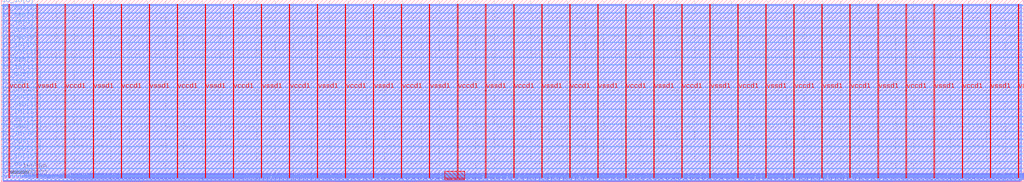
<source format=lef>
VERSION 5.7 ;
  NOWIREEXTENSIONATPIN ON ;
  DIVIDERCHAR "/" ;
  BUSBITCHARS "[]" ;
MACRO user_analog_proj_example
  CLASS BLOCK ;
  FOREIGN user_analog_proj_example ;
  ORIGIN 0.000 0.000 ;
  SIZE 2800.000 BY 500.000 ;
  PIN io_in[0]
    DIRECTION INPUT ;
    USE SIGNAL ;
    PORT
      LAYER met3 ;
        RECT 2796.000 15.000 2800.000 15.600 ;
    END
  END io_in[0]
  PIN io_in[10]
    DIRECTION INPUT ;
    USE SIGNAL ;
    PORT
      LAYER met3 ;
        RECT 0.000 361.800 4.000 362.400 ;
    END
  END io_in[10]
  PIN io_in[11]
    DIRECTION INPUT ;
    USE SIGNAL ;
    PORT
      LAYER met3 ;
        RECT 0.000 300.600 4.000 301.200 ;
    END
  END io_in[11]
  PIN io_in[12]
    DIRECTION INPUT ;
    USE SIGNAL ;
    PORT
      LAYER met3 ;
        RECT 0.000 239.400 4.000 240.000 ;
    END
  END io_in[12]
  PIN io_in[13]
    DIRECTION INPUT ;
    USE SIGNAL ;
    PORT
      LAYER met3 ;
        RECT 0.000 178.200 4.000 178.800 ;
    END
  END io_in[13]
  PIN io_in[14]
    DIRECTION INPUT ;
    USE SIGNAL ;
    PORT
      LAYER met3 ;
        RECT 0.000 117.000 4.000 117.600 ;
    END
  END io_in[14]
  PIN io_in[15]
    DIRECTION INPUT ;
    USE SIGNAL ;
    PORT
      LAYER met3 ;
        RECT 0.000 55.800 4.000 56.400 ;
    END
  END io_in[15]
  PIN io_in[1]
    DIRECTION INPUT ;
    USE SIGNAL ;
    PORT
      LAYER met3 ;
        RECT 2796.000 76.200 2800.000 76.800 ;
    END
  END io_in[1]
  PIN io_in[2]
    DIRECTION INPUT ;
    USE SIGNAL ;
    PORT
      LAYER met3 ;
        RECT 2796.000 137.400 2800.000 138.000 ;
    END
  END io_in[2]
  PIN io_in[3]
    DIRECTION INPUT ;
    USE SIGNAL ;
    PORT
      LAYER met3 ;
        RECT 2796.000 198.600 2800.000 199.200 ;
    END
  END io_in[3]
  PIN io_in[4]
    DIRECTION INPUT ;
    USE SIGNAL ;
    PORT
      LAYER met3 ;
        RECT 2796.000 259.800 2800.000 260.400 ;
    END
  END io_in[4]
  PIN io_in[5]
    DIRECTION INPUT ;
    USE SIGNAL ;
    PORT
      LAYER met3 ;
        RECT 2796.000 321.000 2800.000 321.600 ;
    END
  END io_in[5]
  PIN io_in[6]
    DIRECTION INPUT ;
    USE SIGNAL ;
    PORT
      LAYER met3 ;
        RECT 2796.000 382.200 2800.000 382.800 ;
    END
  END io_in[6]
  PIN io_in[7]
    DIRECTION INPUT ;
    USE SIGNAL ;
    PORT
      LAYER met3 ;
        RECT 2796.000 443.400 2800.000 444.000 ;
    END
  END io_in[7]
  PIN io_in[8]
    DIRECTION INPUT ;
    USE SIGNAL ;
    PORT
      LAYER met3 ;
        RECT 0.000 484.200 4.000 484.800 ;
    END
  END io_in[8]
  PIN io_in[9]
    DIRECTION INPUT ;
    USE SIGNAL ;
    PORT
      LAYER met3 ;
        RECT 0.000 423.000 4.000 423.600 ;
    END
  END io_in[9]
  PIN io_oeb[0]
    DIRECTION OUTPUT TRISTATE ;
    USE SIGNAL ;
    ANTENNADIFFAREA 2.673000 ;
    PORT
      LAYER met3 ;
        RECT 2796.000 55.800 2800.000 56.400 ;
    END
  END io_oeb[0]
  PIN io_oeb[10]
    DIRECTION OUTPUT TRISTATE ;
    USE SIGNAL ;
    ANTENNADIFFAREA 2.673000 ;
    PORT
      LAYER met3 ;
        RECT 0.000 321.000 4.000 321.600 ;
    END
  END io_oeb[10]
  PIN io_oeb[11]
    DIRECTION OUTPUT TRISTATE ;
    USE SIGNAL ;
    ANTENNADIFFAREA 2.673000 ;
    PORT
      LAYER met3 ;
        RECT 0.000 259.800 4.000 260.400 ;
    END
  END io_oeb[11]
  PIN io_oeb[12]
    DIRECTION OUTPUT TRISTATE ;
    USE SIGNAL ;
    ANTENNADIFFAREA 2.673000 ;
    PORT
      LAYER met3 ;
        RECT 0.000 198.600 4.000 199.200 ;
    END
  END io_oeb[12]
  PIN io_oeb[13]
    DIRECTION OUTPUT TRISTATE ;
    USE SIGNAL ;
    ANTENNADIFFAREA 2.673000 ;
    PORT
      LAYER met3 ;
        RECT 0.000 137.400 4.000 138.000 ;
    END
  END io_oeb[13]
  PIN io_oeb[14]
    DIRECTION OUTPUT TRISTATE ;
    USE SIGNAL ;
    ANTENNADIFFAREA 2.673000 ;
    PORT
      LAYER met3 ;
        RECT 0.000 76.200 4.000 76.800 ;
    END
  END io_oeb[14]
  PIN io_oeb[15]
    DIRECTION OUTPUT TRISTATE ;
    USE SIGNAL ;
    ANTENNADIFFAREA 2.673000 ;
    PORT
      LAYER met3 ;
        RECT 0.000 15.000 4.000 15.600 ;
    END
  END io_oeb[15]
  PIN io_oeb[1]
    DIRECTION OUTPUT TRISTATE ;
    USE SIGNAL ;
    ANTENNADIFFAREA 2.673000 ;
    PORT
      LAYER met3 ;
        RECT 2796.000 117.000 2800.000 117.600 ;
    END
  END io_oeb[1]
  PIN io_oeb[2]
    DIRECTION OUTPUT TRISTATE ;
    USE SIGNAL ;
    ANTENNADIFFAREA 2.673000 ;
    PORT
      LAYER met3 ;
        RECT 2796.000 178.200 2800.000 178.800 ;
    END
  END io_oeb[2]
  PIN io_oeb[3]
    DIRECTION OUTPUT TRISTATE ;
    USE SIGNAL ;
    ANTENNADIFFAREA 2.673000 ;
    PORT
      LAYER met3 ;
        RECT 2796.000 239.400 2800.000 240.000 ;
    END
  END io_oeb[3]
  PIN io_oeb[4]
    DIRECTION OUTPUT TRISTATE ;
    USE SIGNAL ;
    ANTENNADIFFAREA 2.673000 ;
    PORT
      LAYER met3 ;
        RECT 2796.000 300.600 2800.000 301.200 ;
    END
  END io_oeb[4]
  PIN io_oeb[5]
    DIRECTION OUTPUT TRISTATE ;
    USE SIGNAL ;
    ANTENNADIFFAREA 2.673000 ;
    PORT
      LAYER met3 ;
        RECT 2796.000 361.800 2800.000 362.400 ;
    END
  END io_oeb[5]
  PIN io_oeb[6]
    DIRECTION OUTPUT TRISTATE ;
    USE SIGNAL ;
    ANTENNADIFFAREA 2.673000 ;
    PORT
      LAYER met3 ;
        RECT 2796.000 423.000 2800.000 423.600 ;
    END
  END io_oeb[6]
  PIN io_oeb[7]
    DIRECTION OUTPUT TRISTATE ;
    USE SIGNAL ;
    ANTENNADIFFAREA 2.673000 ;
    PORT
      LAYER met3 ;
        RECT 2796.000 484.200 2800.000 484.800 ;
    END
  END io_oeb[7]
  PIN io_oeb[8]
    DIRECTION OUTPUT TRISTATE ;
    USE SIGNAL ;
    ANTENNADIFFAREA 2.673000 ;
    PORT
      LAYER met3 ;
        RECT 0.000 443.400 4.000 444.000 ;
    END
  END io_oeb[8]
  PIN io_oeb[9]
    DIRECTION OUTPUT TRISTATE ;
    USE SIGNAL ;
    ANTENNADIFFAREA 2.673000 ;
    PORT
      LAYER met3 ;
        RECT 0.000 382.200 4.000 382.800 ;
    END
  END io_oeb[9]
  PIN io_out[0]
    DIRECTION OUTPUT TRISTATE ;
    USE SIGNAL ;
    ANTENNADIFFAREA 2.673000 ;
    PORT
      LAYER met3 ;
        RECT 2796.000 35.400 2800.000 36.000 ;
    END
  END io_out[0]
  PIN io_out[10]
    DIRECTION OUTPUT TRISTATE ;
    USE SIGNAL ;
    ANTENNADIFFAREA 2.673000 ;
    PORT
      LAYER met3 ;
        RECT 0.000 341.400 4.000 342.000 ;
    END
  END io_out[10]
  PIN io_out[11]
    DIRECTION OUTPUT TRISTATE ;
    USE SIGNAL ;
    ANTENNADIFFAREA 2.673000 ;
    PORT
      LAYER met3 ;
        RECT 0.000 280.200 4.000 280.800 ;
    END
  END io_out[11]
  PIN io_out[12]
    DIRECTION OUTPUT TRISTATE ;
    USE SIGNAL ;
    ANTENNADIFFAREA 2.673000 ;
    PORT
      LAYER met3 ;
        RECT 0.000 219.000 4.000 219.600 ;
    END
  END io_out[12]
  PIN io_out[13]
    DIRECTION OUTPUT TRISTATE ;
    USE SIGNAL ;
    ANTENNADIFFAREA 2.673000 ;
    PORT
      LAYER met3 ;
        RECT 0.000 157.800 4.000 158.400 ;
    END
  END io_out[13]
  PIN io_out[14]
    DIRECTION OUTPUT TRISTATE ;
    USE SIGNAL ;
    ANTENNADIFFAREA 2.673000 ;
    PORT
      LAYER met3 ;
        RECT 0.000 96.600 4.000 97.200 ;
    END
  END io_out[14]
  PIN io_out[15]
    DIRECTION OUTPUT TRISTATE ;
    USE SIGNAL ;
    ANTENNADIFFAREA 2.673000 ;
    PORT
      LAYER met3 ;
        RECT 0.000 35.400 4.000 36.000 ;
    END
  END io_out[15]
  PIN io_out[1]
    DIRECTION OUTPUT TRISTATE ;
    USE SIGNAL ;
    ANTENNADIFFAREA 2.673000 ;
    PORT
      LAYER met3 ;
        RECT 2796.000 96.600 2800.000 97.200 ;
    END
  END io_out[1]
  PIN io_out[2]
    DIRECTION OUTPUT TRISTATE ;
    USE SIGNAL ;
    ANTENNADIFFAREA 2.673000 ;
    PORT
      LAYER met3 ;
        RECT 2796.000 157.800 2800.000 158.400 ;
    END
  END io_out[2]
  PIN io_out[3]
    DIRECTION OUTPUT TRISTATE ;
    USE SIGNAL ;
    ANTENNADIFFAREA 2.673000 ;
    PORT
      LAYER met3 ;
        RECT 2796.000 219.000 2800.000 219.600 ;
    END
  END io_out[3]
  PIN io_out[4]
    DIRECTION OUTPUT TRISTATE ;
    USE SIGNAL ;
    ANTENNADIFFAREA 2.673000 ;
    PORT
      LAYER met3 ;
        RECT 2796.000 280.200 2800.000 280.800 ;
    END
  END io_out[4]
  PIN io_out[5]
    DIRECTION OUTPUT TRISTATE ;
    USE SIGNAL ;
    ANTENNADIFFAREA 2.673000 ;
    PORT
      LAYER met3 ;
        RECT 2796.000 341.400 2800.000 342.000 ;
    END
  END io_out[5]
  PIN io_out[6]
    DIRECTION OUTPUT TRISTATE ;
    USE SIGNAL ;
    ANTENNADIFFAREA 2.673000 ;
    PORT
      LAYER met3 ;
        RECT 2796.000 402.600 2800.000 403.200 ;
    END
  END io_out[6]
  PIN io_out[7]
    DIRECTION OUTPUT TRISTATE ;
    USE SIGNAL ;
    ANTENNADIFFAREA 2.673000 ;
    PORT
      LAYER met3 ;
        RECT 2796.000 463.800 2800.000 464.400 ;
    END
  END io_out[7]
  PIN io_out[8]
    DIRECTION OUTPUT TRISTATE ;
    USE SIGNAL ;
    ANTENNADIFFAREA 2.673000 ;
    PORT
      LAYER met3 ;
        RECT 0.000 463.800 4.000 464.400 ;
    END
  END io_out[8]
  PIN io_out[9]
    DIRECTION OUTPUT TRISTATE ;
    USE SIGNAL ;
    ANTENNADIFFAREA 2.673000 ;
    PORT
      LAYER met3 ;
        RECT 0.000 402.600 4.000 403.200 ;
    END
  END io_out[9]
  PIN la_data_in[0]
    DIRECTION INPUT ;
    USE SIGNAL ;
    PORT
      LAYER met2 ;
        RECT 635.350 0.000 635.630 4.000 ;
    END
  END la_data_in[0]
  PIN la_data_in[100]
    DIRECTION INPUT ;
    USE SIGNAL ;
    PORT
      LAYER met2 ;
        RECT 2291.350 0.000 2291.630 4.000 ;
    END
  END la_data_in[100]
  PIN la_data_in[101]
    DIRECTION INPUT ;
    USE SIGNAL ;
    PORT
      LAYER met2 ;
        RECT 2307.910 0.000 2308.190 4.000 ;
    END
  END la_data_in[101]
  PIN la_data_in[102]
    DIRECTION INPUT ;
    USE SIGNAL ;
    PORT
      LAYER met2 ;
        RECT 2324.470 0.000 2324.750 4.000 ;
    END
  END la_data_in[102]
  PIN la_data_in[103]
    DIRECTION INPUT ;
    USE SIGNAL ;
    PORT
      LAYER met2 ;
        RECT 2341.030 0.000 2341.310 4.000 ;
    END
  END la_data_in[103]
  PIN la_data_in[104]
    DIRECTION INPUT ;
    USE SIGNAL ;
    PORT
      LAYER met2 ;
        RECT 2357.590 0.000 2357.870 4.000 ;
    END
  END la_data_in[104]
  PIN la_data_in[105]
    DIRECTION INPUT ;
    USE SIGNAL ;
    PORT
      LAYER met2 ;
        RECT 2374.150 0.000 2374.430 4.000 ;
    END
  END la_data_in[105]
  PIN la_data_in[106]
    DIRECTION INPUT ;
    USE SIGNAL ;
    PORT
      LAYER met2 ;
        RECT 2390.710 0.000 2390.990 4.000 ;
    END
  END la_data_in[106]
  PIN la_data_in[107]
    DIRECTION INPUT ;
    USE SIGNAL ;
    PORT
      LAYER met2 ;
        RECT 2407.270 0.000 2407.550 4.000 ;
    END
  END la_data_in[107]
  PIN la_data_in[108]
    DIRECTION INPUT ;
    USE SIGNAL ;
    PORT
      LAYER met2 ;
        RECT 2423.830 0.000 2424.110 4.000 ;
    END
  END la_data_in[108]
  PIN la_data_in[109]
    DIRECTION INPUT ;
    USE SIGNAL ;
    PORT
      LAYER met2 ;
        RECT 2440.390 0.000 2440.670 4.000 ;
    END
  END la_data_in[109]
  PIN la_data_in[10]
    DIRECTION INPUT ;
    USE SIGNAL ;
    PORT
      LAYER met2 ;
        RECT 800.950 0.000 801.230 4.000 ;
    END
  END la_data_in[10]
  PIN la_data_in[110]
    DIRECTION INPUT ;
    USE SIGNAL ;
    PORT
      LAYER met2 ;
        RECT 2456.950 0.000 2457.230 4.000 ;
    END
  END la_data_in[110]
  PIN la_data_in[111]
    DIRECTION INPUT ;
    USE SIGNAL ;
    PORT
      LAYER met2 ;
        RECT 2473.510 0.000 2473.790 4.000 ;
    END
  END la_data_in[111]
  PIN la_data_in[112]
    DIRECTION INPUT ;
    USE SIGNAL ;
    PORT
      LAYER met2 ;
        RECT 2490.070 0.000 2490.350 4.000 ;
    END
  END la_data_in[112]
  PIN la_data_in[113]
    DIRECTION INPUT ;
    USE SIGNAL ;
    PORT
      LAYER met2 ;
        RECT 2506.630 0.000 2506.910 4.000 ;
    END
  END la_data_in[113]
  PIN la_data_in[114]
    DIRECTION INPUT ;
    USE SIGNAL ;
    PORT
      LAYER met2 ;
        RECT 2523.190 0.000 2523.470 4.000 ;
    END
  END la_data_in[114]
  PIN la_data_in[115]
    DIRECTION INPUT ;
    USE SIGNAL ;
    PORT
      LAYER met2 ;
        RECT 2539.750 0.000 2540.030 4.000 ;
    END
  END la_data_in[115]
  PIN la_data_in[116]
    DIRECTION INPUT ;
    USE SIGNAL ;
    PORT
      LAYER met2 ;
        RECT 2556.310 0.000 2556.590 4.000 ;
    END
  END la_data_in[116]
  PIN la_data_in[117]
    DIRECTION INPUT ;
    USE SIGNAL ;
    PORT
      LAYER met2 ;
        RECT 2572.870 0.000 2573.150 4.000 ;
    END
  END la_data_in[117]
  PIN la_data_in[118]
    DIRECTION INPUT ;
    USE SIGNAL ;
    PORT
      LAYER met2 ;
        RECT 2589.430 0.000 2589.710 4.000 ;
    END
  END la_data_in[118]
  PIN la_data_in[119]
    DIRECTION INPUT ;
    USE SIGNAL ;
    PORT
      LAYER met2 ;
        RECT 2605.990 0.000 2606.270 4.000 ;
    END
  END la_data_in[119]
  PIN la_data_in[11]
    DIRECTION INPUT ;
    USE SIGNAL ;
    PORT
      LAYER met2 ;
        RECT 817.510 0.000 817.790 4.000 ;
    END
  END la_data_in[11]
  PIN la_data_in[120]
    DIRECTION INPUT ;
    USE SIGNAL ;
    PORT
      LAYER met2 ;
        RECT 2622.550 0.000 2622.830 4.000 ;
    END
  END la_data_in[120]
  PIN la_data_in[121]
    DIRECTION INPUT ;
    USE SIGNAL ;
    PORT
      LAYER met2 ;
        RECT 2639.110 0.000 2639.390 4.000 ;
    END
  END la_data_in[121]
  PIN la_data_in[122]
    DIRECTION INPUT ;
    USE SIGNAL ;
    PORT
      LAYER met2 ;
        RECT 2655.670 0.000 2655.950 4.000 ;
    END
  END la_data_in[122]
  PIN la_data_in[123]
    DIRECTION INPUT ;
    USE SIGNAL ;
    PORT
      LAYER met2 ;
        RECT 2672.230 0.000 2672.510 4.000 ;
    END
  END la_data_in[123]
  PIN la_data_in[124]
    DIRECTION INPUT ;
    USE SIGNAL ;
    PORT
      LAYER met2 ;
        RECT 2688.790 0.000 2689.070 4.000 ;
    END
  END la_data_in[124]
  PIN la_data_in[125]
    DIRECTION INPUT ;
    USE SIGNAL ;
    PORT
      LAYER met2 ;
        RECT 2705.350 0.000 2705.630 4.000 ;
    END
  END la_data_in[125]
  PIN la_data_in[126]
    DIRECTION INPUT ;
    USE SIGNAL ;
    PORT
      LAYER met2 ;
        RECT 2721.910 0.000 2722.190 4.000 ;
    END
  END la_data_in[126]
  PIN la_data_in[127]
    DIRECTION INPUT ;
    USE SIGNAL ;
    PORT
      LAYER met2 ;
        RECT 2738.470 0.000 2738.750 4.000 ;
    END
  END la_data_in[127]
  PIN la_data_in[12]
    DIRECTION INPUT ;
    USE SIGNAL ;
    PORT
      LAYER met2 ;
        RECT 834.070 0.000 834.350 4.000 ;
    END
  END la_data_in[12]
  PIN la_data_in[13]
    DIRECTION INPUT ;
    USE SIGNAL ;
    PORT
      LAYER met2 ;
        RECT 850.630 0.000 850.910 4.000 ;
    END
  END la_data_in[13]
  PIN la_data_in[14]
    DIRECTION INPUT ;
    USE SIGNAL ;
    PORT
      LAYER met2 ;
        RECT 867.190 0.000 867.470 4.000 ;
    END
  END la_data_in[14]
  PIN la_data_in[15]
    DIRECTION INPUT ;
    USE SIGNAL ;
    PORT
      LAYER met2 ;
        RECT 883.750 0.000 884.030 4.000 ;
    END
  END la_data_in[15]
  PIN la_data_in[16]
    DIRECTION INPUT ;
    USE SIGNAL ;
    PORT
      LAYER met2 ;
        RECT 900.310 0.000 900.590 4.000 ;
    END
  END la_data_in[16]
  PIN la_data_in[17]
    DIRECTION INPUT ;
    USE SIGNAL ;
    PORT
      LAYER met2 ;
        RECT 916.870 0.000 917.150 4.000 ;
    END
  END la_data_in[17]
  PIN la_data_in[18]
    DIRECTION INPUT ;
    USE SIGNAL ;
    PORT
      LAYER met2 ;
        RECT 933.430 0.000 933.710 4.000 ;
    END
  END la_data_in[18]
  PIN la_data_in[19]
    DIRECTION INPUT ;
    USE SIGNAL ;
    PORT
      LAYER met2 ;
        RECT 949.990 0.000 950.270 4.000 ;
    END
  END la_data_in[19]
  PIN la_data_in[1]
    DIRECTION INPUT ;
    USE SIGNAL ;
    PORT
      LAYER met2 ;
        RECT 651.910 0.000 652.190 4.000 ;
    END
  END la_data_in[1]
  PIN la_data_in[20]
    DIRECTION INPUT ;
    USE SIGNAL ;
    PORT
      LAYER met2 ;
        RECT 966.550 0.000 966.830 4.000 ;
    END
  END la_data_in[20]
  PIN la_data_in[21]
    DIRECTION INPUT ;
    USE SIGNAL ;
    PORT
      LAYER met2 ;
        RECT 983.110 0.000 983.390 4.000 ;
    END
  END la_data_in[21]
  PIN la_data_in[22]
    DIRECTION INPUT ;
    USE SIGNAL ;
    PORT
      LAYER met2 ;
        RECT 999.670 0.000 999.950 4.000 ;
    END
  END la_data_in[22]
  PIN la_data_in[23]
    DIRECTION INPUT ;
    USE SIGNAL ;
    PORT
      LAYER met2 ;
        RECT 1016.230 0.000 1016.510 4.000 ;
    END
  END la_data_in[23]
  PIN la_data_in[24]
    DIRECTION INPUT ;
    USE SIGNAL ;
    PORT
      LAYER met2 ;
        RECT 1032.790 0.000 1033.070 4.000 ;
    END
  END la_data_in[24]
  PIN la_data_in[25]
    DIRECTION INPUT ;
    USE SIGNAL ;
    PORT
      LAYER met2 ;
        RECT 1049.350 0.000 1049.630 4.000 ;
    END
  END la_data_in[25]
  PIN la_data_in[26]
    DIRECTION INPUT ;
    USE SIGNAL ;
    PORT
      LAYER met2 ;
        RECT 1065.910 0.000 1066.190 4.000 ;
    END
  END la_data_in[26]
  PIN la_data_in[27]
    DIRECTION INPUT ;
    USE SIGNAL ;
    PORT
      LAYER met2 ;
        RECT 1082.470 0.000 1082.750 4.000 ;
    END
  END la_data_in[27]
  PIN la_data_in[28]
    DIRECTION INPUT ;
    USE SIGNAL ;
    PORT
      LAYER met2 ;
        RECT 1099.030 0.000 1099.310 4.000 ;
    END
  END la_data_in[28]
  PIN la_data_in[29]
    DIRECTION INPUT ;
    USE SIGNAL ;
    PORT
      LAYER met2 ;
        RECT 1115.590 0.000 1115.870 4.000 ;
    END
  END la_data_in[29]
  PIN la_data_in[2]
    DIRECTION INPUT ;
    USE SIGNAL ;
    PORT
      LAYER met2 ;
        RECT 668.470 0.000 668.750 4.000 ;
    END
  END la_data_in[2]
  PIN la_data_in[30]
    DIRECTION INPUT ;
    USE SIGNAL ;
    PORT
      LAYER met2 ;
        RECT 1132.150 0.000 1132.430 4.000 ;
    END
  END la_data_in[30]
  PIN la_data_in[31]
    DIRECTION INPUT ;
    USE SIGNAL ;
    PORT
      LAYER met2 ;
        RECT 1148.710 0.000 1148.990 4.000 ;
    END
  END la_data_in[31]
  PIN la_data_in[32]
    DIRECTION INPUT ;
    USE SIGNAL ;
    PORT
      LAYER met2 ;
        RECT 1165.270 0.000 1165.550 4.000 ;
    END
  END la_data_in[32]
  PIN la_data_in[33]
    DIRECTION INPUT ;
    USE SIGNAL ;
    PORT
      LAYER met2 ;
        RECT 1181.830 0.000 1182.110 4.000 ;
    END
  END la_data_in[33]
  PIN la_data_in[34]
    DIRECTION INPUT ;
    USE SIGNAL ;
    PORT
      LAYER met2 ;
        RECT 1198.390 0.000 1198.670 4.000 ;
    END
  END la_data_in[34]
  PIN la_data_in[35]
    DIRECTION INPUT ;
    USE SIGNAL ;
    PORT
      LAYER met2 ;
        RECT 1214.950 0.000 1215.230 4.000 ;
    END
  END la_data_in[35]
  PIN la_data_in[36]
    DIRECTION INPUT ;
    USE SIGNAL ;
    PORT
      LAYER met2 ;
        RECT 1231.510 0.000 1231.790 4.000 ;
    END
  END la_data_in[36]
  PIN la_data_in[37]
    DIRECTION INPUT ;
    USE SIGNAL ;
    PORT
      LAYER met2 ;
        RECT 1248.070 0.000 1248.350 4.000 ;
    END
  END la_data_in[37]
  PIN la_data_in[38]
    DIRECTION INPUT ;
    USE SIGNAL ;
    PORT
      LAYER met2 ;
        RECT 1264.630 0.000 1264.910 4.000 ;
    END
  END la_data_in[38]
  PIN la_data_in[39]
    DIRECTION INPUT ;
    USE SIGNAL ;
    PORT
      LAYER met2 ;
        RECT 1281.190 0.000 1281.470 4.000 ;
    END
  END la_data_in[39]
  PIN la_data_in[3]
    DIRECTION INPUT ;
    USE SIGNAL ;
    PORT
      LAYER met2 ;
        RECT 685.030 0.000 685.310 4.000 ;
    END
  END la_data_in[3]
  PIN la_data_in[40]
    DIRECTION INPUT ;
    USE SIGNAL ;
    PORT
      LAYER met2 ;
        RECT 1297.750 0.000 1298.030 4.000 ;
    END
  END la_data_in[40]
  PIN la_data_in[41]
    DIRECTION INPUT ;
    USE SIGNAL ;
    PORT
      LAYER met2 ;
        RECT 1314.310 0.000 1314.590 4.000 ;
    END
  END la_data_in[41]
  PIN la_data_in[42]
    DIRECTION INPUT ;
    USE SIGNAL ;
    PORT
      LAYER met2 ;
        RECT 1330.870 0.000 1331.150 4.000 ;
    END
  END la_data_in[42]
  PIN la_data_in[43]
    DIRECTION INPUT ;
    USE SIGNAL ;
    PORT
      LAYER met2 ;
        RECT 1347.430 0.000 1347.710 4.000 ;
    END
  END la_data_in[43]
  PIN la_data_in[44]
    DIRECTION INPUT ;
    USE SIGNAL ;
    PORT
      LAYER met2 ;
        RECT 1363.990 0.000 1364.270 4.000 ;
    END
  END la_data_in[44]
  PIN la_data_in[45]
    DIRECTION INPUT ;
    USE SIGNAL ;
    PORT
      LAYER met2 ;
        RECT 1380.550 0.000 1380.830 4.000 ;
    END
  END la_data_in[45]
  PIN la_data_in[46]
    DIRECTION INPUT ;
    USE SIGNAL ;
    PORT
      LAYER met2 ;
        RECT 1397.110 0.000 1397.390 4.000 ;
    END
  END la_data_in[46]
  PIN la_data_in[47]
    DIRECTION INPUT ;
    USE SIGNAL ;
    PORT
      LAYER met2 ;
        RECT 1413.670 0.000 1413.950 4.000 ;
    END
  END la_data_in[47]
  PIN la_data_in[48]
    DIRECTION INPUT ;
    USE SIGNAL ;
    ANTENNAGATEAREA 0.126000 ;
    PORT
      LAYER met2 ;
        RECT 1430.230 0.000 1430.510 4.000 ;
    END
  END la_data_in[48]
  PIN la_data_in[49]
    DIRECTION INPUT ;
    USE SIGNAL ;
    ANTENNAGATEAREA 0.126000 ;
    PORT
      LAYER met2 ;
        RECT 1446.790 0.000 1447.070 4.000 ;
    END
  END la_data_in[49]
  PIN la_data_in[4]
    DIRECTION INPUT ;
    USE SIGNAL ;
    PORT
      LAYER met2 ;
        RECT 701.590 0.000 701.870 4.000 ;
    END
  END la_data_in[4]
  PIN la_data_in[50]
    DIRECTION INPUT ;
    USE SIGNAL ;
    ANTENNAGATEAREA 0.126000 ;
    PORT
      LAYER met2 ;
        RECT 1463.350 0.000 1463.630 4.000 ;
    END
  END la_data_in[50]
  PIN la_data_in[51]
    DIRECTION INPUT ;
    USE SIGNAL ;
    ANTENNAGATEAREA 0.126000 ;
    PORT
      LAYER met2 ;
        RECT 1479.910 0.000 1480.190 4.000 ;
    END
  END la_data_in[51]
  PIN la_data_in[52]
    DIRECTION INPUT ;
    USE SIGNAL ;
    ANTENNAGATEAREA 0.126000 ;
    PORT
      LAYER met2 ;
        RECT 1496.470 0.000 1496.750 4.000 ;
    END
  END la_data_in[52]
  PIN la_data_in[53]
    DIRECTION INPUT ;
    USE SIGNAL ;
    ANTENNAGATEAREA 0.126000 ;
    PORT
      LAYER met2 ;
        RECT 1513.030 0.000 1513.310 4.000 ;
    END
  END la_data_in[53]
  PIN la_data_in[54]
    DIRECTION INPUT ;
    USE SIGNAL ;
    ANTENNAGATEAREA 0.126000 ;
    PORT
      LAYER met2 ;
        RECT 1529.590 0.000 1529.870 4.000 ;
    END
  END la_data_in[54]
  PIN la_data_in[55]
    DIRECTION INPUT ;
    USE SIGNAL ;
    ANTENNAGATEAREA 0.126000 ;
    PORT
      LAYER met2 ;
        RECT 1546.150 0.000 1546.430 4.000 ;
    END
  END la_data_in[55]
  PIN la_data_in[56]
    DIRECTION INPUT ;
    USE SIGNAL ;
    ANTENNAGATEAREA 0.126000 ;
    PORT
      LAYER met2 ;
        RECT 1562.710 0.000 1562.990 4.000 ;
    END
  END la_data_in[56]
  PIN la_data_in[57]
    DIRECTION INPUT ;
    USE SIGNAL ;
    ANTENNAGATEAREA 0.126000 ;
    PORT
      LAYER met2 ;
        RECT 1579.270 0.000 1579.550 4.000 ;
    END
  END la_data_in[57]
  PIN la_data_in[58]
    DIRECTION INPUT ;
    USE SIGNAL ;
    ANTENNAGATEAREA 0.126000 ;
    PORT
      LAYER met2 ;
        RECT 1595.830 0.000 1596.110 4.000 ;
    END
  END la_data_in[58]
  PIN la_data_in[59]
    DIRECTION INPUT ;
    USE SIGNAL ;
    ANTENNAGATEAREA 0.126000 ;
    PORT
      LAYER met2 ;
        RECT 1612.390 0.000 1612.670 4.000 ;
    END
  END la_data_in[59]
  PIN la_data_in[5]
    DIRECTION INPUT ;
    USE SIGNAL ;
    PORT
      LAYER met2 ;
        RECT 718.150 0.000 718.430 4.000 ;
    END
  END la_data_in[5]
  PIN la_data_in[60]
    DIRECTION INPUT ;
    USE SIGNAL ;
    ANTENNAGATEAREA 0.126000 ;
    PORT
      LAYER met2 ;
        RECT 1628.950 0.000 1629.230 4.000 ;
    END
  END la_data_in[60]
  PIN la_data_in[61]
    DIRECTION INPUT ;
    USE SIGNAL ;
    ANTENNAGATEAREA 0.126000 ;
    PORT
      LAYER met2 ;
        RECT 1645.510 0.000 1645.790 4.000 ;
    END
  END la_data_in[61]
  PIN la_data_in[62]
    DIRECTION INPUT ;
    USE SIGNAL ;
    ANTENNAGATEAREA 0.126000 ;
    PORT
      LAYER met2 ;
        RECT 1662.070 0.000 1662.350 4.000 ;
    END
  END la_data_in[62]
  PIN la_data_in[63]
    DIRECTION INPUT ;
    USE SIGNAL ;
    ANTENNAGATEAREA 0.126000 ;
    PORT
      LAYER met2 ;
        RECT 1678.630 0.000 1678.910 4.000 ;
    END
  END la_data_in[63]
  PIN la_data_in[64]
    DIRECTION INPUT ;
    USE SIGNAL ;
    ANTENNAGATEAREA 0.159000 ;
    PORT
      LAYER met2 ;
        RECT 1695.190 0.000 1695.470 4.000 ;
    END
  END la_data_in[64]
  PIN la_data_in[65]
    DIRECTION INPUT ;
    USE SIGNAL ;
    ANTENNAGATEAREA 0.126000 ;
    PORT
      LAYER met2 ;
        RECT 1711.750 0.000 1712.030 4.000 ;
    END
  END la_data_in[65]
  PIN la_data_in[66]
    DIRECTION INPUT ;
    USE SIGNAL ;
    PORT
      LAYER met2 ;
        RECT 1728.310 0.000 1728.590 4.000 ;
    END
  END la_data_in[66]
  PIN la_data_in[67]
    DIRECTION INPUT ;
    USE SIGNAL ;
    PORT
      LAYER met2 ;
        RECT 1744.870 0.000 1745.150 4.000 ;
    END
  END la_data_in[67]
  PIN la_data_in[68]
    DIRECTION INPUT ;
    USE SIGNAL ;
    PORT
      LAYER met2 ;
        RECT 1761.430 0.000 1761.710 4.000 ;
    END
  END la_data_in[68]
  PIN la_data_in[69]
    DIRECTION INPUT ;
    USE SIGNAL ;
    PORT
      LAYER met2 ;
        RECT 1777.990 0.000 1778.270 4.000 ;
    END
  END la_data_in[69]
  PIN la_data_in[6]
    DIRECTION INPUT ;
    USE SIGNAL ;
    PORT
      LAYER met2 ;
        RECT 734.710 0.000 734.990 4.000 ;
    END
  END la_data_in[6]
  PIN la_data_in[70]
    DIRECTION INPUT ;
    USE SIGNAL ;
    PORT
      LAYER met2 ;
        RECT 1794.550 0.000 1794.830 4.000 ;
    END
  END la_data_in[70]
  PIN la_data_in[71]
    DIRECTION INPUT ;
    USE SIGNAL ;
    PORT
      LAYER met2 ;
        RECT 1811.110 0.000 1811.390 4.000 ;
    END
  END la_data_in[71]
  PIN la_data_in[72]
    DIRECTION INPUT ;
    USE SIGNAL ;
    PORT
      LAYER met2 ;
        RECT 1827.670 0.000 1827.950 4.000 ;
    END
  END la_data_in[72]
  PIN la_data_in[73]
    DIRECTION INPUT ;
    USE SIGNAL ;
    PORT
      LAYER met2 ;
        RECT 1844.230 0.000 1844.510 4.000 ;
    END
  END la_data_in[73]
  PIN la_data_in[74]
    DIRECTION INPUT ;
    USE SIGNAL ;
    PORT
      LAYER met2 ;
        RECT 1860.790 0.000 1861.070 4.000 ;
    END
  END la_data_in[74]
  PIN la_data_in[75]
    DIRECTION INPUT ;
    USE SIGNAL ;
    PORT
      LAYER met2 ;
        RECT 1877.350 0.000 1877.630 4.000 ;
    END
  END la_data_in[75]
  PIN la_data_in[76]
    DIRECTION INPUT ;
    USE SIGNAL ;
    PORT
      LAYER met2 ;
        RECT 1893.910 0.000 1894.190 4.000 ;
    END
  END la_data_in[76]
  PIN la_data_in[77]
    DIRECTION INPUT ;
    USE SIGNAL ;
    PORT
      LAYER met2 ;
        RECT 1910.470 0.000 1910.750 4.000 ;
    END
  END la_data_in[77]
  PIN la_data_in[78]
    DIRECTION INPUT ;
    USE SIGNAL ;
    PORT
      LAYER met2 ;
        RECT 1927.030 0.000 1927.310 4.000 ;
    END
  END la_data_in[78]
  PIN la_data_in[79]
    DIRECTION INPUT ;
    USE SIGNAL ;
    PORT
      LAYER met2 ;
        RECT 1943.590 0.000 1943.870 4.000 ;
    END
  END la_data_in[79]
  PIN la_data_in[7]
    DIRECTION INPUT ;
    USE SIGNAL ;
    PORT
      LAYER met2 ;
        RECT 751.270 0.000 751.550 4.000 ;
    END
  END la_data_in[7]
  PIN la_data_in[80]
    DIRECTION INPUT ;
    USE SIGNAL ;
    PORT
      LAYER met2 ;
        RECT 1960.150 0.000 1960.430 4.000 ;
    END
  END la_data_in[80]
  PIN la_data_in[81]
    DIRECTION INPUT ;
    USE SIGNAL ;
    PORT
      LAYER met2 ;
        RECT 1976.710 0.000 1976.990 4.000 ;
    END
  END la_data_in[81]
  PIN la_data_in[82]
    DIRECTION INPUT ;
    USE SIGNAL ;
    PORT
      LAYER met2 ;
        RECT 1993.270 0.000 1993.550 4.000 ;
    END
  END la_data_in[82]
  PIN la_data_in[83]
    DIRECTION INPUT ;
    USE SIGNAL ;
    PORT
      LAYER met2 ;
        RECT 2009.830 0.000 2010.110 4.000 ;
    END
  END la_data_in[83]
  PIN la_data_in[84]
    DIRECTION INPUT ;
    USE SIGNAL ;
    PORT
      LAYER met2 ;
        RECT 2026.390 0.000 2026.670 4.000 ;
    END
  END la_data_in[84]
  PIN la_data_in[85]
    DIRECTION INPUT ;
    USE SIGNAL ;
    PORT
      LAYER met2 ;
        RECT 2042.950 0.000 2043.230 4.000 ;
    END
  END la_data_in[85]
  PIN la_data_in[86]
    DIRECTION INPUT ;
    USE SIGNAL ;
    PORT
      LAYER met2 ;
        RECT 2059.510 0.000 2059.790 4.000 ;
    END
  END la_data_in[86]
  PIN la_data_in[87]
    DIRECTION INPUT ;
    USE SIGNAL ;
    PORT
      LAYER met2 ;
        RECT 2076.070 0.000 2076.350 4.000 ;
    END
  END la_data_in[87]
  PIN la_data_in[88]
    DIRECTION INPUT ;
    USE SIGNAL ;
    PORT
      LAYER met2 ;
        RECT 2092.630 0.000 2092.910 4.000 ;
    END
  END la_data_in[88]
  PIN la_data_in[89]
    DIRECTION INPUT ;
    USE SIGNAL ;
    PORT
      LAYER met2 ;
        RECT 2109.190 0.000 2109.470 4.000 ;
    END
  END la_data_in[89]
  PIN la_data_in[8]
    DIRECTION INPUT ;
    USE SIGNAL ;
    PORT
      LAYER met2 ;
        RECT 767.830 0.000 768.110 4.000 ;
    END
  END la_data_in[8]
  PIN la_data_in[90]
    DIRECTION INPUT ;
    USE SIGNAL ;
    PORT
      LAYER met2 ;
        RECT 2125.750 0.000 2126.030 4.000 ;
    END
  END la_data_in[90]
  PIN la_data_in[91]
    DIRECTION INPUT ;
    USE SIGNAL ;
    PORT
      LAYER met2 ;
        RECT 2142.310 0.000 2142.590 4.000 ;
    END
  END la_data_in[91]
  PIN la_data_in[92]
    DIRECTION INPUT ;
    USE SIGNAL ;
    PORT
      LAYER met2 ;
        RECT 2158.870 0.000 2159.150 4.000 ;
    END
  END la_data_in[92]
  PIN la_data_in[93]
    DIRECTION INPUT ;
    USE SIGNAL ;
    PORT
      LAYER met2 ;
        RECT 2175.430 0.000 2175.710 4.000 ;
    END
  END la_data_in[93]
  PIN la_data_in[94]
    DIRECTION INPUT ;
    USE SIGNAL ;
    PORT
      LAYER met2 ;
        RECT 2191.990 0.000 2192.270 4.000 ;
    END
  END la_data_in[94]
  PIN la_data_in[95]
    DIRECTION INPUT ;
    USE SIGNAL ;
    PORT
      LAYER met2 ;
        RECT 2208.550 0.000 2208.830 4.000 ;
    END
  END la_data_in[95]
  PIN la_data_in[96]
    DIRECTION INPUT ;
    USE SIGNAL ;
    PORT
      LAYER met2 ;
        RECT 2225.110 0.000 2225.390 4.000 ;
    END
  END la_data_in[96]
  PIN la_data_in[97]
    DIRECTION INPUT ;
    USE SIGNAL ;
    PORT
      LAYER met2 ;
        RECT 2241.670 0.000 2241.950 4.000 ;
    END
  END la_data_in[97]
  PIN la_data_in[98]
    DIRECTION INPUT ;
    USE SIGNAL ;
    PORT
      LAYER met2 ;
        RECT 2258.230 0.000 2258.510 4.000 ;
    END
  END la_data_in[98]
  PIN la_data_in[99]
    DIRECTION INPUT ;
    USE SIGNAL ;
    PORT
      LAYER met2 ;
        RECT 2274.790 0.000 2275.070 4.000 ;
    END
  END la_data_in[99]
  PIN la_data_in[9]
    DIRECTION INPUT ;
    USE SIGNAL ;
    PORT
      LAYER met2 ;
        RECT 784.390 0.000 784.670 4.000 ;
    END
  END la_data_in[9]
  PIN la_data_out[0]
    DIRECTION OUTPUT TRISTATE ;
    USE SIGNAL ;
    ANTENNADIFFAREA 2.673000 ;
    PORT
      LAYER met2 ;
        RECT 640.870 0.000 641.150 4.000 ;
    END
  END la_data_out[0]
  PIN la_data_out[100]
    DIRECTION OUTPUT TRISTATE ;
    USE SIGNAL ;
    PORT
      LAYER met2 ;
        RECT 2296.870 0.000 2297.150 4.000 ;
    END
  END la_data_out[100]
  PIN la_data_out[101]
    DIRECTION OUTPUT TRISTATE ;
    USE SIGNAL ;
    PORT
      LAYER met2 ;
        RECT 2313.430 0.000 2313.710 4.000 ;
    END
  END la_data_out[101]
  PIN la_data_out[102]
    DIRECTION OUTPUT TRISTATE ;
    USE SIGNAL ;
    PORT
      LAYER met2 ;
        RECT 2329.990 0.000 2330.270 4.000 ;
    END
  END la_data_out[102]
  PIN la_data_out[103]
    DIRECTION OUTPUT TRISTATE ;
    USE SIGNAL ;
    PORT
      LAYER met2 ;
        RECT 2346.550 0.000 2346.830 4.000 ;
    END
  END la_data_out[103]
  PIN la_data_out[104]
    DIRECTION OUTPUT TRISTATE ;
    USE SIGNAL ;
    PORT
      LAYER met2 ;
        RECT 2363.110 0.000 2363.390 4.000 ;
    END
  END la_data_out[104]
  PIN la_data_out[105]
    DIRECTION OUTPUT TRISTATE ;
    USE SIGNAL ;
    PORT
      LAYER met2 ;
        RECT 2379.670 0.000 2379.950 4.000 ;
    END
  END la_data_out[105]
  PIN la_data_out[106]
    DIRECTION OUTPUT TRISTATE ;
    USE SIGNAL ;
    PORT
      LAYER met2 ;
        RECT 2396.230 0.000 2396.510 4.000 ;
    END
  END la_data_out[106]
  PIN la_data_out[107]
    DIRECTION OUTPUT TRISTATE ;
    USE SIGNAL ;
    PORT
      LAYER met2 ;
        RECT 2412.790 0.000 2413.070 4.000 ;
    END
  END la_data_out[107]
  PIN la_data_out[108]
    DIRECTION OUTPUT TRISTATE ;
    USE SIGNAL ;
    PORT
      LAYER met2 ;
        RECT 2429.350 0.000 2429.630 4.000 ;
    END
  END la_data_out[108]
  PIN la_data_out[109]
    DIRECTION OUTPUT TRISTATE ;
    USE SIGNAL ;
    PORT
      LAYER met2 ;
        RECT 2445.910 0.000 2446.190 4.000 ;
    END
  END la_data_out[109]
  PIN la_data_out[10]
    DIRECTION OUTPUT TRISTATE ;
    USE SIGNAL ;
    ANTENNADIFFAREA 2.673000 ;
    PORT
      LAYER met2 ;
        RECT 806.470 0.000 806.750 4.000 ;
    END
  END la_data_out[10]
  PIN la_data_out[110]
    DIRECTION OUTPUT TRISTATE ;
    USE SIGNAL ;
    PORT
      LAYER met2 ;
        RECT 2462.470 0.000 2462.750 4.000 ;
    END
  END la_data_out[110]
  PIN la_data_out[111]
    DIRECTION OUTPUT TRISTATE ;
    USE SIGNAL ;
    PORT
      LAYER met2 ;
        RECT 2479.030 0.000 2479.310 4.000 ;
    END
  END la_data_out[111]
  PIN la_data_out[112]
    DIRECTION OUTPUT TRISTATE ;
    USE SIGNAL ;
    PORT
      LAYER met2 ;
        RECT 2495.590 0.000 2495.870 4.000 ;
    END
  END la_data_out[112]
  PIN la_data_out[113]
    DIRECTION OUTPUT TRISTATE ;
    USE SIGNAL ;
    PORT
      LAYER met2 ;
        RECT 2512.150 0.000 2512.430 4.000 ;
    END
  END la_data_out[113]
  PIN la_data_out[114]
    DIRECTION OUTPUT TRISTATE ;
    USE SIGNAL ;
    PORT
      LAYER met2 ;
        RECT 2528.710 0.000 2528.990 4.000 ;
    END
  END la_data_out[114]
  PIN la_data_out[115]
    DIRECTION OUTPUT TRISTATE ;
    USE SIGNAL ;
    PORT
      LAYER met2 ;
        RECT 2545.270 0.000 2545.550 4.000 ;
    END
  END la_data_out[115]
  PIN la_data_out[116]
    DIRECTION OUTPUT TRISTATE ;
    USE SIGNAL ;
    PORT
      LAYER met2 ;
        RECT 2561.830 0.000 2562.110 4.000 ;
    END
  END la_data_out[116]
  PIN la_data_out[117]
    DIRECTION OUTPUT TRISTATE ;
    USE SIGNAL ;
    PORT
      LAYER met2 ;
        RECT 2578.390 0.000 2578.670 4.000 ;
    END
  END la_data_out[117]
  PIN la_data_out[118]
    DIRECTION OUTPUT TRISTATE ;
    USE SIGNAL ;
    PORT
      LAYER met2 ;
        RECT 2594.950 0.000 2595.230 4.000 ;
    END
  END la_data_out[118]
  PIN la_data_out[119]
    DIRECTION OUTPUT TRISTATE ;
    USE SIGNAL ;
    PORT
      LAYER met2 ;
        RECT 2611.510 0.000 2611.790 4.000 ;
    END
  END la_data_out[119]
  PIN la_data_out[11]
    DIRECTION OUTPUT TRISTATE ;
    USE SIGNAL ;
    ANTENNADIFFAREA 2.673000 ;
    PORT
      LAYER met2 ;
        RECT 823.030 0.000 823.310 4.000 ;
    END
  END la_data_out[11]
  PIN la_data_out[120]
    DIRECTION OUTPUT TRISTATE ;
    USE SIGNAL ;
    PORT
      LAYER met2 ;
        RECT 2628.070 0.000 2628.350 4.000 ;
    END
  END la_data_out[120]
  PIN la_data_out[121]
    DIRECTION OUTPUT TRISTATE ;
    USE SIGNAL ;
    PORT
      LAYER met2 ;
        RECT 2644.630 0.000 2644.910 4.000 ;
    END
  END la_data_out[121]
  PIN la_data_out[122]
    DIRECTION OUTPUT TRISTATE ;
    USE SIGNAL ;
    PORT
      LAYER met2 ;
        RECT 2661.190 0.000 2661.470 4.000 ;
    END
  END la_data_out[122]
  PIN la_data_out[123]
    DIRECTION OUTPUT TRISTATE ;
    USE SIGNAL ;
    PORT
      LAYER met2 ;
        RECT 2677.750 0.000 2678.030 4.000 ;
    END
  END la_data_out[123]
  PIN la_data_out[124]
    DIRECTION OUTPUT TRISTATE ;
    USE SIGNAL ;
    PORT
      LAYER met2 ;
        RECT 2694.310 0.000 2694.590 4.000 ;
    END
  END la_data_out[124]
  PIN la_data_out[125]
    DIRECTION OUTPUT TRISTATE ;
    USE SIGNAL ;
    PORT
      LAYER met2 ;
        RECT 2710.870 0.000 2711.150 4.000 ;
    END
  END la_data_out[125]
  PIN la_data_out[126]
    DIRECTION OUTPUT TRISTATE ;
    USE SIGNAL ;
    PORT
      LAYER met2 ;
        RECT 2727.430 0.000 2727.710 4.000 ;
    END
  END la_data_out[126]
  PIN la_data_out[127]
    DIRECTION OUTPUT TRISTATE ;
    USE SIGNAL ;
    PORT
      LAYER met2 ;
        RECT 2743.990 0.000 2744.270 4.000 ;
    END
  END la_data_out[127]
  PIN la_data_out[12]
    DIRECTION OUTPUT TRISTATE ;
    USE SIGNAL ;
    ANTENNADIFFAREA 2.673000 ;
    PORT
      LAYER met2 ;
        RECT 839.590 0.000 839.870 4.000 ;
    END
  END la_data_out[12]
  PIN la_data_out[13]
    DIRECTION OUTPUT TRISTATE ;
    USE SIGNAL ;
    ANTENNADIFFAREA 2.673000 ;
    PORT
      LAYER met2 ;
        RECT 856.150 0.000 856.430 4.000 ;
    END
  END la_data_out[13]
  PIN la_data_out[14]
    DIRECTION OUTPUT TRISTATE ;
    USE SIGNAL ;
    ANTENNADIFFAREA 2.673000 ;
    PORT
      LAYER met2 ;
        RECT 872.710 0.000 872.990 4.000 ;
    END
  END la_data_out[14]
  PIN la_data_out[15]
    DIRECTION OUTPUT TRISTATE ;
    USE SIGNAL ;
    ANTENNADIFFAREA 2.673000 ;
    PORT
      LAYER met2 ;
        RECT 889.270 0.000 889.550 4.000 ;
    END
  END la_data_out[15]
  PIN la_data_out[16]
    DIRECTION OUTPUT TRISTATE ;
    USE SIGNAL ;
    PORT
      LAYER met2 ;
        RECT 905.830 0.000 906.110 4.000 ;
    END
  END la_data_out[16]
  PIN la_data_out[17]
    DIRECTION OUTPUT TRISTATE ;
    USE SIGNAL ;
    PORT
      LAYER met2 ;
        RECT 922.390 0.000 922.670 4.000 ;
    END
  END la_data_out[17]
  PIN la_data_out[18]
    DIRECTION OUTPUT TRISTATE ;
    USE SIGNAL ;
    PORT
      LAYER met2 ;
        RECT 938.950 0.000 939.230 4.000 ;
    END
  END la_data_out[18]
  PIN la_data_out[19]
    DIRECTION OUTPUT TRISTATE ;
    USE SIGNAL ;
    PORT
      LAYER met2 ;
        RECT 955.510 0.000 955.790 4.000 ;
    END
  END la_data_out[19]
  PIN la_data_out[1]
    DIRECTION OUTPUT TRISTATE ;
    USE SIGNAL ;
    ANTENNADIFFAREA 2.673000 ;
    PORT
      LAYER met2 ;
        RECT 657.430 0.000 657.710 4.000 ;
    END
  END la_data_out[1]
  PIN la_data_out[20]
    DIRECTION OUTPUT TRISTATE ;
    USE SIGNAL ;
    PORT
      LAYER met2 ;
        RECT 972.070 0.000 972.350 4.000 ;
    END
  END la_data_out[20]
  PIN la_data_out[21]
    DIRECTION OUTPUT TRISTATE ;
    USE SIGNAL ;
    PORT
      LAYER met2 ;
        RECT 988.630 0.000 988.910 4.000 ;
    END
  END la_data_out[21]
  PIN la_data_out[22]
    DIRECTION OUTPUT TRISTATE ;
    USE SIGNAL ;
    PORT
      LAYER met2 ;
        RECT 1005.190 0.000 1005.470 4.000 ;
    END
  END la_data_out[22]
  PIN la_data_out[23]
    DIRECTION OUTPUT TRISTATE ;
    USE SIGNAL ;
    PORT
      LAYER met2 ;
        RECT 1021.750 0.000 1022.030 4.000 ;
    END
  END la_data_out[23]
  PIN la_data_out[24]
    DIRECTION OUTPUT TRISTATE ;
    USE SIGNAL ;
    PORT
      LAYER met2 ;
        RECT 1038.310 0.000 1038.590 4.000 ;
    END
  END la_data_out[24]
  PIN la_data_out[25]
    DIRECTION OUTPUT TRISTATE ;
    USE SIGNAL ;
    PORT
      LAYER met2 ;
        RECT 1054.870 0.000 1055.150 4.000 ;
    END
  END la_data_out[25]
  PIN la_data_out[26]
    DIRECTION OUTPUT TRISTATE ;
    USE SIGNAL ;
    PORT
      LAYER met2 ;
        RECT 1071.430 0.000 1071.710 4.000 ;
    END
  END la_data_out[26]
  PIN la_data_out[27]
    DIRECTION OUTPUT TRISTATE ;
    USE SIGNAL ;
    PORT
      LAYER met2 ;
        RECT 1087.990 0.000 1088.270 4.000 ;
    END
  END la_data_out[27]
  PIN la_data_out[28]
    DIRECTION OUTPUT TRISTATE ;
    USE SIGNAL ;
    PORT
      LAYER met2 ;
        RECT 1104.550 0.000 1104.830 4.000 ;
    END
  END la_data_out[28]
  PIN la_data_out[29]
    DIRECTION OUTPUT TRISTATE ;
    USE SIGNAL ;
    PORT
      LAYER met2 ;
        RECT 1121.110 0.000 1121.390 4.000 ;
    END
  END la_data_out[29]
  PIN la_data_out[2]
    DIRECTION OUTPUT TRISTATE ;
    USE SIGNAL ;
    ANTENNADIFFAREA 2.673000 ;
    PORT
      LAYER met2 ;
        RECT 673.990 0.000 674.270 4.000 ;
    END
  END la_data_out[2]
  PIN la_data_out[30]
    DIRECTION OUTPUT TRISTATE ;
    USE SIGNAL ;
    PORT
      LAYER met2 ;
        RECT 1137.670 0.000 1137.950 4.000 ;
    END
  END la_data_out[30]
  PIN la_data_out[31]
    DIRECTION OUTPUT TRISTATE ;
    USE SIGNAL ;
    PORT
      LAYER met2 ;
        RECT 1154.230 0.000 1154.510 4.000 ;
    END
  END la_data_out[31]
  PIN la_data_out[32]
    DIRECTION OUTPUT TRISTATE ;
    USE SIGNAL ;
    PORT
      LAYER met2 ;
        RECT 1170.790 0.000 1171.070 4.000 ;
    END
  END la_data_out[32]
  PIN la_data_out[33]
    DIRECTION OUTPUT TRISTATE ;
    USE SIGNAL ;
    PORT
      LAYER met2 ;
        RECT 1187.350 0.000 1187.630 4.000 ;
    END
  END la_data_out[33]
  PIN la_data_out[34]
    DIRECTION OUTPUT TRISTATE ;
    USE SIGNAL ;
    PORT
      LAYER met2 ;
        RECT 1203.910 0.000 1204.190 4.000 ;
    END
  END la_data_out[34]
  PIN la_data_out[35]
    DIRECTION OUTPUT TRISTATE ;
    USE SIGNAL ;
    PORT
      LAYER met2 ;
        RECT 1220.470 0.000 1220.750 4.000 ;
    END
  END la_data_out[35]
  PIN la_data_out[36]
    DIRECTION OUTPUT TRISTATE ;
    USE SIGNAL ;
    PORT
      LAYER met2 ;
        RECT 1237.030 0.000 1237.310 4.000 ;
    END
  END la_data_out[36]
  PIN la_data_out[37]
    DIRECTION OUTPUT TRISTATE ;
    USE SIGNAL ;
    PORT
      LAYER met2 ;
        RECT 1253.590 0.000 1253.870 4.000 ;
    END
  END la_data_out[37]
  PIN la_data_out[38]
    DIRECTION OUTPUT TRISTATE ;
    USE SIGNAL ;
    PORT
      LAYER met2 ;
        RECT 1270.150 0.000 1270.430 4.000 ;
    END
  END la_data_out[38]
  PIN la_data_out[39]
    DIRECTION OUTPUT TRISTATE ;
    USE SIGNAL ;
    PORT
      LAYER met2 ;
        RECT 1286.710 0.000 1286.990 4.000 ;
    END
  END la_data_out[39]
  PIN la_data_out[3]
    DIRECTION OUTPUT TRISTATE ;
    USE SIGNAL ;
    ANTENNADIFFAREA 2.673000 ;
    PORT
      LAYER met2 ;
        RECT 690.550 0.000 690.830 4.000 ;
    END
  END la_data_out[3]
  PIN la_data_out[40]
    DIRECTION OUTPUT TRISTATE ;
    USE SIGNAL ;
    PORT
      LAYER met2 ;
        RECT 1303.270 0.000 1303.550 4.000 ;
    END
  END la_data_out[40]
  PIN la_data_out[41]
    DIRECTION OUTPUT TRISTATE ;
    USE SIGNAL ;
    PORT
      LAYER met2 ;
        RECT 1319.830 0.000 1320.110 4.000 ;
    END
  END la_data_out[41]
  PIN la_data_out[42]
    DIRECTION OUTPUT TRISTATE ;
    USE SIGNAL ;
    PORT
      LAYER met2 ;
        RECT 1336.390 0.000 1336.670 4.000 ;
    END
  END la_data_out[42]
  PIN la_data_out[43]
    DIRECTION OUTPUT TRISTATE ;
    USE SIGNAL ;
    PORT
      LAYER met2 ;
        RECT 1352.950 0.000 1353.230 4.000 ;
    END
  END la_data_out[43]
  PIN la_data_out[44]
    DIRECTION OUTPUT TRISTATE ;
    USE SIGNAL ;
    PORT
      LAYER met2 ;
        RECT 1369.510 0.000 1369.790 4.000 ;
    END
  END la_data_out[44]
  PIN la_data_out[45]
    DIRECTION OUTPUT TRISTATE ;
    USE SIGNAL ;
    PORT
      LAYER met2 ;
        RECT 1386.070 0.000 1386.350 4.000 ;
    END
  END la_data_out[45]
  PIN la_data_out[46]
    DIRECTION OUTPUT TRISTATE ;
    USE SIGNAL ;
    PORT
      LAYER met2 ;
        RECT 1402.630 0.000 1402.910 4.000 ;
    END
  END la_data_out[46]
  PIN la_data_out[47]
    DIRECTION OUTPUT TRISTATE ;
    USE SIGNAL ;
    PORT
      LAYER met2 ;
        RECT 1419.190 0.000 1419.470 4.000 ;
    END
  END la_data_out[47]
  PIN la_data_out[48]
    DIRECTION OUTPUT TRISTATE ;
    USE SIGNAL ;
    PORT
      LAYER met2 ;
        RECT 1435.750 0.000 1436.030 4.000 ;
    END
  END la_data_out[48]
  PIN la_data_out[49]
    DIRECTION OUTPUT TRISTATE ;
    USE SIGNAL ;
    PORT
      LAYER met2 ;
        RECT 1452.310 0.000 1452.590 4.000 ;
    END
  END la_data_out[49]
  PIN la_data_out[4]
    DIRECTION OUTPUT TRISTATE ;
    USE SIGNAL ;
    ANTENNADIFFAREA 2.673000 ;
    PORT
      LAYER met2 ;
        RECT 707.110 0.000 707.390 4.000 ;
    END
  END la_data_out[4]
  PIN la_data_out[50]
    DIRECTION OUTPUT TRISTATE ;
    USE SIGNAL ;
    PORT
      LAYER met2 ;
        RECT 1468.870 0.000 1469.150 4.000 ;
    END
  END la_data_out[50]
  PIN la_data_out[51]
    DIRECTION OUTPUT TRISTATE ;
    USE SIGNAL ;
    PORT
      LAYER met2 ;
        RECT 1485.430 0.000 1485.710 4.000 ;
    END
  END la_data_out[51]
  PIN la_data_out[52]
    DIRECTION OUTPUT TRISTATE ;
    USE SIGNAL ;
    PORT
      LAYER met2 ;
        RECT 1501.990 0.000 1502.270 4.000 ;
    END
  END la_data_out[52]
  PIN la_data_out[53]
    DIRECTION OUTPUT TRISTATE ;
    USE SIGNAL ;
    PORT
      LAYER met2 ;
        RECT 1518.550 0.000 1518.830 4.000 ;
    END
  END la_data_out[53]
  PIN la_data_out[54]
    DIRECTION OUTPUT TRISTATE ;
    USE SIGNAL ;
    PORT
      LAYER met2 ;
        RECT 1535.110 0.000 1535.390 4.000 ;
    END
  END la_data_out[54]
  PIN la_data_out[55]
    DIRECTION OUTPUT TRISTATE ;
    USE SIGNAL ;
    PORT
      LAYER met2 ;
        RECT 1551.670 0.000 1551.950 4.000 ;
    END
  END la_data_out[55]
  PIN la_data_out[56]
    DIRECTION OUTPUT TRISTATE ;
    USE SIGNAL ;
    PORT
      LAYER met2 ;
        RECT 1568.230 0.000 1568.510 4.000 ;
    END
  END la_data_out[56]
  PIN la_data_out[57]
    DIRECTION OUTPUT TRISTATE ;
    USE SIGNAL ;
    PORT
      LAYER met2 ;
        RECT 1584.790 0.000 1585.070 4.000 ;
    END
  END la_data_out[57]
  PIN la_data_out[58]
    DIRECTION OUTPUT TRISTATE ;
    USE SIGNAL ;
    PORT
      LAYER met2 ;
        RECT 1601.350 0.000 1601.630 4.000 ;
    END
  END la_data_out[58]
  PIN la_data_out[59]
    DIRECTION OUTPUT TRISTATE ;
    USE SIGNAL ;
    PORT
      LAYER met2 ;
        RECT 1617.910 0.000 1618.190 4.000 ;
    END
  END la_data_out[59]
  PIN la_data_out[5]
    DIRECTION OUTPUT TRISTATE ;
    USE SIGNAL ;
    ANTENNADIFFAREA 2.673000 ;
    PORT
      LAYER met2 ;
        RECT 723.670 0.000 723.950 4.000 ;
    END
  END la_data_out[5]
  PIN la_data_out[60]
    DIRECTION OUTPUT TRISTATE ;
    USE SIGNAL ;
    PORT
      LAYER met2 ;
        RECT 1634.470 0.000 1634.750 4.000 ;
    END
  END la_data_out[60]
  PIN la_data_out[61]
    DIRECTION OUTPUT TRISTATE ;
    USE SIGNAL ;
    PORT
      LAYER met2 ;
        RECT 1651.030 0.000 1651.310 4.000 ;
    END
  END la_data_out[61]
  PIN la_data_out[62]
    DIRECTION OUTPUT TRISTATE ;
    USE SIGNAL ;
    PORT
      LAYER met2 ;
        RECT 1667.590 0.000 1667.870 4.000 ;
    END
  END la_data_out[62]
  PIN la_data_out[63]
    DIRECTION OUTPUT TRISTATE ;
    USE SIGNAL ;
    PORT
      LAYER met2 ;
        RECT 1684.150 0.000 1684.430 4.000 ;
    END
  END la_data_out[63]
  PIN la_data_out[64]
    DIRECTION OUTPUT TRISTATE ;
    USE SIGNAL ;
    PORT
      LAYER met2 ;
        RECT 1700.710 0.000 1700.990 4.000 ;
    END
  END la_data_out[64]
  PIN la_data_out[65]
    DIRECTION OUTPUT TRISTATE ;
    USE SIGNAL ;
    PORT
      LAYER met2 ;
        RECT 1717.270 0.000 1717.550 4.000 ;
    END
  END la_data_out[65]
  PIN la_data_out[66]
    DIRECTION OUTPUT TRISTATE ;
    USE SIGNAL ;
    PORT
      LAYER met2 ;
        RECT 1733.830 0.000 1734.110 4.000 ;
    END
  END la_data_out[66]
  PIN la_data_out[67]
    DIRECTION OUTPUT TRISTATE ;
    USE SIGNAL ;
    PORT
      LAYER met2 ;
        RECT 1750.390 0.000 1750.670 4.000 ;
    END
  END la_data_out[67]
  PIN la_data_out[68]
    DIRECTION OUTPUT TRISTATE ;
    USE SIGNAL ;
    PORT
      LAYER met2 ;
        RECT 1766.950 0.000 1767.230 4.000 ;
    END
  END la_data_out[68]
  PIN la_data_out[69]
    DIRECTION OUTPUT TRISTATE ;
    USE SIGNAL ;
    PORT
      LAYER met2 ;
        RECT 1783.510 0.000 1783.790 4.000 ;
    END
  END la_data_out[69]
  PIN la_data_out[6]
    DIRECTION OUTPUT TRISTATE ;
    USE SIGNAL ;
    ANTENNADIFFAREA 2.673000 ;
    PORT
      LAYER met2 ;
        RECT 740.230 0.000 740.510 4.000 ;
    END
  END la_data_out[6]
  PIN la_data_out[70]
    DIRECTION OUTPUT TRISTATE ;
    USE SIGNAL ;
    PORT
      LAYER met2 ;
        RECT 1800.070 0.000 1800.350 4.000 ;
    END
  END la_data_out[70]
  PIN la_data_out[71]
    DIRECTION OUTPUT TRISTATE ;
    USE SIGNAL ;
    PORT
      LAYER met2 ;
        RECT 1816.630 0.000 1816.910 4.000 ;
    END
  END la_data_out[71]
  PIN la_data_out[72]
    DIRECTION OUTPUT TRISTATE ;
    USE SIGNAL ;
    PORT
      LAYER met2 ;
        RECT 1833.190 0.000 1833.470 4.000 ;
    END
  END la_data_out[72]
  PIN la_data_out[73]
    DIRECTION OUTPUT TRISTATE ;
    USE SIGNAL ;
    PORT
      LAYER met2 ;
        RECT 1849.750 0.000 1850.030 4.000 ;
    END
  END la_data_out[73]
  PIN la_data_out[74]
    DIRECTION OUTPUT TRISTATE ;
    USE SIGNAL ;
    PORT
      LAYER met2 ;
        RECT 1866.310 0.000 1866.590 4.000 ;
    END
  END la_data_out[74]
  PIN la_data_out[75]
    DIRECTION OUTPUT TRISTATE ;
    USE SIGNAL ;
    PORT
      LAYER met2 ;
        RECT 1882.870 0.000 1883.150 4.000 ;
    END
  END la_data_out[75]
  PIN la_data_out[76]
    DIRECTION OUTPUT TRISTATE ;
    USE SIGNAL ;
    PORT
      LAYER met2 ;
        RECT 1899.430 0.000 1899.710 4.000 ;
    END
  END la_data_out[76]
  PIN la_data_out[77]
    DIRECTION OUTPUT TRISTATE ;
    USE SIGNAL ;
    PORT
      LAYER met2 ;
        RECT 1915.990 0.000 1916.270 4.000 ;
    END
  END la_data_out[77]
  PIN la_data_out[78]
    DIRECTION OUTPUT TRISTATE ;
    USE SIGNAL ;
    PORT
      LAYER met2 ;
        RECT 1932.550 0.000 1932.830 4.000 ;
    END
  END la_data_out[78]
  PIN la_data_out[79]
    DIRECTION OUTPUT TRISTATE ;
    USE SIGNAL ;
    PORT
      LAYER met2 ;
        RECT 1949.110 0.000 1949.390 4.000 ;
    END
  END la_data_out[79]
  PIN la_data_out[7]
    DIRECTION OUTPUT TRISTATE ;
    USE SIGNAL ;
    ANTENNADIFFAREA 2.673000 ;
    PORT
      LAYER met2 ;
        RECT 756.790 0.000 757.070 4.000 ;
    END
  END la_data_out[7]
  PIN la_data_out[80]
    DIRECTION OUTPUT TRISTATE ;
    USE SIGNAL ;
    PORT
      LAYER met2 ;
        RECT 1965.670 0.000 1965.950 4.000 ;
    END
  END la_data_out[80]
  PIN la_data_out[81]
    DIRECTION OUTPUT TRISTATE ;
    USE SIGNAL ;
    PORT
      LAYER met2 ;
        RECT 1982.230 0.000 1982.510 4.000 ;
    END
  END la_data_out[81]
  PIN la_data_out[82]
    DIRECTION OUTPUT TRISTATE ;
    USE SIGNAL ;
    PORT
      LAYER met2 ;
        RECT 1998.790 0.000 1999.070 4.000 ;
    END
  END la_data_out[82]
  PIN la_data_out[83]
    DIRECTION OUTPUT TRISTATE ;
    USE SIGNAL ;
    PORT
      LAYER met2 ;
        RECT 2015.350 0.000 2015.630 4.000 ;
    END
  END la_data_out[83]
  PIN la_data_out[84]
    DIRECTION OUTPUT TRISTATE ;
    USE SIGNAL ;
    PORT
      LAYER met2 ;
        RECT 2031.910 0.000 2032.190 4.000 ;
    END
  END la_data_out[84]
  PIN la_data_out[85]
    DIRECTION OUTPUT TRISTATE ;
    USE SIGNAL ;
    PORT
      LAYER met2 ;
        RECT 2048.470 0.000 2048.750 4.000 ;
    END
  END la_data_out[85]
  PIN la_data_out[86]
    DIRECTION OUTPUT TRISTATE ;
    USE SIGNAL ;
    PORT
      LAYER met2 ;
        RECT 2065.030 0.000 2065.310 4.000 ;
    END
  END la_data_out[86]
  PIN la_data_out[87]
    DIRECTION OUTPUT TRISTATE ;
    USE SIGNAL ;
    PORT
      LAYER met2 ;
        RECT 2081.590 0.000 2081.870 4.000 ;
    END
  END la_data_out[87]
  PIN la_data_out[88]
    DIRECTION OUTPUT TRISTATE ;
    USE SIGNAL ;
    PORT
      LAYER met2 ;
        RECT 2098.150 0.000 2098.430 4.000 ;
    END
  END la_data_out[88]
  PIN la_data_out[89]
    DIRECTION OUTPUT TRISTATE ;
    USE SIGNAL ;
    PORT
      LAYER met2 ;
        RECT 2114.710 0.000 2114.990 4.000 ;
    END
  END la_data_out[89]
  PIN la_data_out[8]
    DIRECTION OUTPUT TRISTATE ;
    USE SIGNAL ;
    ANTENNADIFFAREA 2.673000 ;
    PORT
      LAYER met2 ;
        RECT 773.350 0.000 773.630 4.000 ;
    END
  END la_data_out[8]
  PIN la_data_out[90]
    DIRECTION OUTPUT TRISTATE ;
    USE SIGNAL ;
    PORT
      LAYER met2 ;
        RECT 2131.270 0.000 2131.550 4.000 ;
    END
  END la_data_out[90]
  PIN la_data_out[91]
    DIRECTION OUTPUT TRISTATE ;
    USE SIGNAL ;
    PORT
      LAYER met2 ;
        RECT 2147.830 0.000 2148.110 4.000 ;
    END
  END la_data_out[91]
  PIN la_data_out[92]
    DIRECTION OUTPUT TRISTATE ;
    USE SIGNAL ;
    PORT
      LAYER met2 ;
        RECT 2164.390 0.000 2164.670 4.000 ;
    END
  END la_data_out[92]
  PIN la_data_out[93]
    DIRECTION OUTPUT TRISTATE ;
    USE SIGNAL ;
    PORT
      LAYER met2 ;
        RECT 2180.950 0.000 2181.230 4.000 ;
    END
  END la_data_out[93]
  PIN la_data_out[94]
    DIRECTION OUTPUT TRISTATE ;
    USE SIGNAL ;
    PORT
      LAYER met2 ;
        RECT 2197.510 0.000 2197.790 4.000 ;
    END
  END la_data_out[94]
  PIN la_data_out[95]
    DIRECTION OUTPUT TRISTATE ;
    USE SIGNAL ;
    PORT
      LAYER met2 ;
        RECT 2214.070 0.000 2214.350 4.000 ;
    END
  END la_data_out[95]
  PIN la_data_out[96]
    DIRECTION OUTPUT TRISTATE ;
    USE SIGNAL ;
    PORT
      LAYER met2 ;
        RECT 2230.630 0.000 2230.910 4.000 ;
    END
  END la_data_out[96]
  PIN la_data_out[97]
    DIRECTION OUTPUT TRISTATE ;
    USE SIGNAL ;
    PORT
      LAYER met2 ;
        RECT 2247.190 0.000 2247.470 4.000 ;
    END
  END la_data_out[97]
  PIN la_data_out[98]
    DIRECTION OUTPUT TRISTATE ;
    USE SIGNAL ;
    PORT
      LAYER met2 ;
        RECT 2263.750 0.000 2264.030 4.000 ;
    END
  END la_data_out[98]
  PIN la_data_out[99]
    DIRECTION OUTPUT TRISTATE ;
    USE SIGNAL ;
    PORT
      LAYER met2 ;
        RECT 2280.310 0.000 2280.590 4.000 ;
    END
  END la_data_out[99]
  PIN la_data_out[9]
    DIRECTION OUTPUT TRISTATE ;
    USE SIGNAL ;
    ANTENNADIFFAREA 2.673000 ;
    PORT
      LAYER met2 ;
        RECT 789.910 0.000 790.190 4.000 ;
    END
  END la_data_out[9]
  PIN la_oenb[0]
    DIRECTION INPUT ;
    USE SIGNAL ;
    PORT
      LAYER met2 ;
        RECT 646.390 0.000 646.670 4.000 ;
    END
  END la_oenb[0]
  PIN la_oenb[100]
    DIRECTION INPUT ;
    USE SIGNAL ;
    PORT
      LAYER met2 ;
        RECT 2302.390 0.000 2302.670 4.000 ;
    END
  END la_oenb[100]
  PIN la_oenb[101]
    DIRECTION INPUT ;
    USE SIGNAL ;
    PORT
      LAYER met2 ;
        RECT 2318.950 0.000 2319.230 4.000 ;
    END
  END la_oenb[101]
  PIN la_oenb[102]
    DIRECTION INPUT ;
    USE SIGNAL ;
    PORT
      LAYER met2 ;
        RECT 2335.510 0.000 2335.790 4.000 ;
    END
  END la_oenb[102]
  PIN la_oenb[103]
    DIRECTION INPUT ;
    USE SIGNAL ;
    PORT
      LAYER met2 ;
        RECT 2352.070 0.000 2352.350 4.000 ;
    END
  END la_oenb[103]
  PIN la_oenb[104]
    DIRECTION INPUT ;
    USE SIGNAL ;
    PORT
      LAYER met2 ;
        RECT 2368.630 0.000 2368.910 4.000 ;
    END
  END la_oenb[104]
  PIN la_oenb[105]
    DIRECTION INPUT ;
    USE SIGNAL ;
    PORT
      LAYER met2 ;
        RECT 2385.190 0.000 2385.470 4.000 ;
    END
  END la_oenb[105]
  PIN la_oenb[106]
    DIRECTION INPUT ;
    USE SIGNAL ;
    PORT
      LAYER met2 ;
        RECT 2401.750 0.000 2402.030 4.000 ;
    END
  END la_oenb[106]
  PIN la_oenb[107]
    DIRECTION INPUT ;
    USE SIGNAL ;
    PORT
      LAYER met2 ;
        RECT 2418.310 0.000 2418.590 4.000 ;
    END
  END la_oenb[107]
  PIN la_oenb[108]
    DIRECTION INPUT ;
    USE SIGNAL ;
    PORT
      LAYER met2 ;
        RECT 2434.870 0.000 2435.150 4.000 ;
    END
  END la_oenb[108]
  PIN la_oenb[109]
    DIRECTION INPUT ;
    USE SIGNAL ;
    PORT
      LAYER met2 ;
        RECT 2451.430 0.000 2451.710 4.000 ;
    END
  END la_oenb[109]
  PIN la_oenb[10]
    DIRECTION INPUT ;
    USE SIGNAL ;
    PORT
      LAYER met2 ;
        RECT 811.990 0.000 812.270 4.000 ;
    END
  END la_oenb[10]
  PIN la_oenb[110]
    DIRECTION INPUT ;
    USE SIGNAL ;
    PORT
      LAYER met2 ;
        RECT 2467.990 0.000 2468.270 4.000 ;
    END
  END la_oenb[110]
  PIN la_oenb[111]
    DIRECTION INPUT ;
    USE SIGNAL ;
    PORT
      LAYER met2 ;
        RECT 2484.550 0.000 2484.830 4.000 ;
    END
  END la_oenb[111]
  PIN la_oenb[112]
    DIRECTION INPUT ;
    USE SIGNAL ;
    PORT
      LAYER met2 ;
        RECT 2501.110 0.000 2501.390 4.000 ;
    END
  END la_oenb[112]
  PIN la_oenb[113]
    DIRECTION INPUT ;
    USE SIGNAL ;
    PORT
      LAYER met2 ;
        RECT 2517.670 0.000 2517.950 4.000 ;
    END
  END la_oenb[113]
  PIN la_oenb[114]
    DIRECTION INPUT ;
    USE SIGNAL ;
    PORT
      LAYER met2 ;
        RECT 2534.230 0.000 2534.510 4.000 ;
    END
  END la_oenb[114]
  PIN la_oenb[115]
    DIRECTION INPUT ;
    USE SIGNAL ;
    PORT
      LAYER met2 ;
        RECT 2550.790 0.000 2551.070 4.000 ;
    END
  END la_oenb[115]
  PIN la_oenb[116]
    DIRECTION INPUT ;
    USE SIGNAL ;
    PORT
      LAYER met2 ;
        RECT 2567.350 0.000 2567.630 4.000 ;
    END
  END la_oenb[116]
  PIN la_oenb[117]
    DIRECTION INPUT ;
    USE SIGNAL ;
    PORT
      LAYER met2 ;
        RECT 2583.910 0.000 2584.190 4.000 ;
    END
  END la_oenb[117]
  PIN la_oenb[118]
    DIRECTION INPUT ;
    USE SIGNAL ;
    PORT
      LAYER met2 ;
        RECT 2600.470 0.000 2600.750 4.000 ;
    END
  END la_oenb[118]
  PIN la_oenb[119]
    DIRECTION INPUT ;
    USE SIGNAL ;
    PORT
      LAYER met2 ;
        RECT 2617.030 0.000 2617.310 4.000 ;
    END
  END la_oenb[119]
  PIN la_oenb[11]
    DIRECTION INPUT ;
    USE SIGNAL ;
    PORT
      LAYER met2 ;
        RECT 828.550 0.000 828.830 4.000 ;
    END
  END la_oenb[11]
  PIN la_oenb[120]
    DIRECTION INPUT ;
    USE SIGNAL ;
    PORT
      LAYER met2 ;
        RECT 2633.590 0.000 2633.870 4.000 ;
    END
  END la_oenb[120]
  PIN la_oenb[121]
    DIRECTION INPUT ;
    USE SIGNAL ;
    PORT
      LAYER met2 ;
        RECT 2650.150 0.000 2650.430 4.000 ;
    END
  END la_oenb[121]
  PIN la_oenb[122]
    DIRECTION INPUT ;
    USE SIGNAL ;
    PORT
      LAYER met2 ;
        RECT 2666.710 0.000 2666.990 4.000 ;
    END
  END la_oenb[122]
  PIN la_oenb[123]
    DIRECTION INPUT ;
    USE SIGNAL ;
    PORT
      LAYER met2 ;
        RECT 2683.270 0.000 2683.550 4.000 ;
    END
  END la_oenb[123]
  PIN la_oenb[124]
    DIRECTION INPUT ;
    USE SIGNAL ;
    PORT
      LAYER met2 ;
        RECT 2699.830 0.000 2700.110 4.000 ;
    END
  END la_oenb[124]
  PIN la_oenb[125]
    DIRECTION INPUT ;
    USE SIGNAL ;
    PORT
      LAYER met2 ;
        RECT 2716.390 0.000 2716.670 4.000 ;
    END
  END la_oenb[125]
  PIN la_oenb[126]
    DIRECTION INPUT ;
    USE SIGNAL ;
    PORT
      LAYER met2 ;
        RECT 2732.950 0.000 2733.230 4.000 ;
    END
  END la_oenb[126]
  PIN la_oenb[127]
    DIRECTION INPUT ;
    USE SIGNAL ;
    PORT
      LAYER met2 ;
        RECT 2749.510 0.000 2749.790 4.000 ;
    END
  END la_oenb[127]
  PIN la_oenb[12]
    DIRECTION INPUT ;
    USE SIGNAL ;
    PORT
      LAYER met2 ;
        RECT 845.110 0.000 845.390 4.000 ;
    END
  END la_oenb[12]
  PIN la_oenb[13]
    DIRECTION INPUT ;
    USE SIGNAL ;
    PORT
      LAYER met2 ;
        RECT 861.670 0.000 861.950 4.000 ;
    END
  END la_oenb[13]
  PIN la_oenb[14]
    DIRECTION INPUT ;
    USE SIGNAL ;
    PORT
      LAYER met2 ;
        RECT 878.230 0.000 878.510 4.000 ;
    END
  END la_oenb[14]
  PIN la_oenb[15]
    DIRECTION INPUT ;
    USE SIGNAL ;
    PORT
      LAYER met2 ;
        RECT 894.790 0.000 895.070 4.000 ;
    END
  END la_oenb[15]
  PIN la_oenb[16]
    DIRECTION INPUT ;
    USE SIGNAL ;
    PORT
      LAYER met2 ;
        RECT 911.350 0.000 911.630 4.000 ;
    END
  END la_oenb[16]
  PIN la_oenb[17]
    DIRECTION INPUT ;
    USE SIGNAL ;
    PORT
      LAYER met2 ;
        RECT 927.910 0.000 928.190 4.000 ;
    END
  END la_oenb[17]
  PIN la_oenb[18]
    DIRECTION INPUT ;
    USE SIGNAL ;
    PORT
      LAYER met2 ;
        RECT 944.470 0.000 944.750 4.000 ;
    END
  END la_oenb[18]
  PIN la_oenb[19]
    DIRECTION INPUT ;
    USE SIGNAL ;
    PORT
      LAYER met2 ;
        RECT 961.030 0.000 961.310 4.000 ;
    END
  END la_oenb[19]
  PIN la_oenb[1]
    DIRECTION INPUT ;
    USE SIGNAL ;
    PORT
      LAYER met2 ;
        RECT 662.950 0.000 663.230 4.000 ;
    END
  END la_oenb[1]
  PIN la_oenb[20]
    DIRECTION INPUT ;
    USE SIGNAL ;
    PORT
      LAYER met2 ;
        RECT 977.590 0.000 977.870 4.000 ;
    END
  END la_oenb[20]
  PIN la_oenb[21]
    DIRECTION INPUT ;
    USE SIGNAL ;
    PORT
      LAYER met2 ;
        RECT 994.150 0.000 994.430 4.000 ;
    END
  END la_oenb[21]
  PIN la_oenb[22]
    DIRECTION INPUT ;
    USE SIGNAL ;
    PORT
      LAYER met2 ;
        RECT 1010.710 0.000 1010.990 4.000 ;
    END
  END la_oenb[22]
  PIN la_oenb[23]
    DIRECTION INPUT ;
    USE SIGNAL ;
    PORT
      LAYER met2 ;
        RECT 1027.270 0.000 1027.550 4.000 ;
    END
  END la_oenb[23]
  PIN la_oenb[24]
    DIRECTION INPUT ;
    USE SIGNAL ;
    PORT
      LAYER met2 ;
        RECT 1043.830 0.000 1044.110 4.000 ;
    END
  END la_oenb[24]
  PIN la_oenb[25]
    DIRECTION INPUT ;
    USE SIGNAL ;
    PORT
      LAYER met2 ;
        RECT 1060.390 0.000 1060.670 4.000 ;
    END
  END la_oenb[25]
  PIN la_oenb[26]
    DIRECTION INPUT ;
    USE SIGNAL ;
    PORT
      LAYER met2 ;
        RECT 1076.950 0.000 1077.230 4.000 ;
    END
  END la_oenb[26]
  PIN la_oenb[27]
    DIRECTION INPUT ;
    USE SIGNAL ;
    PORT
      LAYER met2 ;
        RECT 1093.510 0.000 1093.790 4.000 ;
    END
  END la_oenb[27]
  PIN la_oenb[28]
    DIRECTION INPUT ;
    USE SIGNAL ;
    PORT
      LAYER met2 ;
        RECT 1110.070 0.000 1110.350 4.000 ;
    END
  END la_oenb[28]
  PIN la_oenb[29]
    DIRECTION INPUT ;
    USE SIGNAL ;
    PORT
      LAYER met2 ;
        RECT 1126.630 0.000 1126.910 4.000 ;
    END
  END la_oenb[29]
  PIN la_oenb[2]
    DIRECTION INPUT ;
    USE SIGNAL ;
    PORT
      LAYER met2 ;
        RECT 679.510 0.000 679.790 4.000 ;
    END
  END la_oenb[2]
  PIN la_oenb[30]
    DIRECTION INPUT ;
    USE SIGNAL ;
    PORT
      LAYER met2 ;
        RECT 1143.190 0.000 1143.470 4.000 ;
    END
  END la_oenb[30]
  PIN la_oenb[31]
    DIRECTION INPUT ;
    USE SIGNAL ;
    PORT
      LAYER met2 ;
        RECT 1159.750 0.000 1160.030 4.000 ;
    END
  END la_oenb[31]
  PIN la_oenb[32]
    DIRECTION INPUT ;
    USE SIGNAL ;
    PORT
      LAYER met2 ;
        RECT 1176.310 0.000 1176.590 4.000 ;
    END
  END la_oenb[32]
  PIN la_oenb[33]
    DIRECTION INPUT ;
    USE SIGNAL ;
    PORT
      LAYER met2 ;
        RECT 1192.870 0.000 1193.150 4.000 ;
    END
  END la_oenb[33]
  PIN la_oenb[34]
    DIRECTION INPUT ;
    USE SIGNAL ;
    PORT
      LAYER met2 ;
        RECT 1209.430 0.000 1209.710 4.000 ;
    END
  END la_oenb[34]
  PIN la_oenb[35]
    DIRECTION INPUT ;
    USE SIGNAL ;
    PORT
      LAYER met2 ;
        RECT 1225.990 0.000 1226.270 4.000 ;
    END
  END la_oenb[35]
  PIN la_oenb[36]
    DIRECTION INPUT ;
    USE SIGNAL ;
    PORT
      LAYER met2 ;
        RECT 1242.550 0.000 1242.830 4.000 ;
    END
  END la_oenb[36]
  PIN la_oenb[37]
    DIRECTION INPUT ;
    USE SIGNAL ;
    PORT
      LAYER met2 ;
        RECT 1259.110 0.000 1259.390 4.000 ;
    END
  END la_oenb[37]
  PIN la_oenb[38]
    DIRECTION INPUT ;
    USE SIGNAL ;
    PORT
      LAYER met2 ;
        RECT 1275.670 0.000 1275.950 4.000 ;
    END
  END la_oenb[38]
  PIN la_oenb[39]
    DIRECTION INPUT ;
    USE SIGNAL ;
    PORT
      LAYER met2 ;
        RECT 1292.230 0.000 1292.510 4.000 ;
    END
  END la_oenb[39]
  PIN la_oenb[3]
    DIRECTION INPUT ;
    USE SIGNAL ;
    PORT
      LAYER met2 ;
        RECT 696.070 0.000 696.350 4.000 ;
    END
  END la_oenb[3]
  PIN la_oenb[40]
    DIRECTION INPUT ;
    USE SIGNAL ;
    PORT
      LAYER met2 ;
        RECT 1308.790 0.000 1309.070 4.000 ;
    END
  END la_oenb[40]
  PIN la_oenb[41]
    DIRECTION INPUT ;
    USE SIGNAL ;
    PORT
      LAYER met2 ;
        RECT 1325.350 0.000 1325.630 4.000 ;
    END
  END la_oenb[41]
  PIN la_oenb[42]
    DIRECTION INPUT ;
    USE SIGNAL ;
    PORT
      LAYER met2 ;
        RECT 1341.910 0.000 1342.190 4.000 ;
    END
  END la_oenb[42]
  PIN la_oenb[43]
    DIRECTION INPUT ;
    USE SIGNAL ;
    PORT
      LAYER met2 ;
        RECT 1358.470 0.000 1358.750 4.000 ;
    END
  END la_oenb[43]
  PIN la_oenb[44]
    DIRECTION INPUT ;
    USE SIGNAL ;
    PORT
      LAYER met2 ;
        RECT 1375.030 0.000 1375.310 4.000 ;
    END
  END la_oenb[44]
  PIN la_oenb[45]
    DIRECTION INPUT ;
    USE SIGNAL ;
    PORT
      LAYER met2 ;
        RECT 1391.590 0.000 1391.870 4.000 ;
    END
  END la_oenb[45]
  PIN la_oenb[46]
    DIRECTION INPUT ;
    USE SIGNAL ;
    PORT
      LAYER met2 ;
        RECT 1408.150 0.000 1408.430 4.000 ;
    END
  END la_oenb[46]
  PIN la_oenb[47]
    DIRECTION INPUT ;
    USE SIGNAL ;
    PORT
      LAYER met2 ;
        RECT 1424.710 0.000 1424.990 4.000 ;
    END
  END la_oenb[47]
  PIN la_oenb[48]
    DIRECTION INPUT ;
    USE SIGNAL ;
    ANTENNAGATEAREA 0.126000 ;
    PORT
      LAYER met2 ;
        RECT 1441.270 0.000 1441.550 4.000 ;
    END
  END la_oenb[48]
  PIN la_oenb[49]
    DIRECTION INPUT ;
    USE SIGNAL ;
    ANTENNAGATEAREA 0.126000 ;
    PORT
      LAYER met2 ;
        RECT 1457.830 0.000 1458.110 4.000 ;
    END
  END la_oenb[49]
  PIN la_oenb[4]
    DIRECTION INPUT ;
    USE SIGNAL ;
    PORT
      LAYER met2 ;
        RECT 712.630 0.000 712.910 4.000 ;
    END
  END la_oenb[4]
  PIN la_oenb[50]
    DIRECTION INPUT ;
    USE SIGNAL ;
    ANTENNAGATEAREA 0.126000 ;
    PORT
      LAYER met2 ;
        RECT 1474.390 0.000 1474.670 4.000 ;
    END
  END la_oenb[50]
  PIN la_oenb[51]
    DIRECTION INPUT ;
    USE SIGNAL ;
    ANTENNAGATEAREA 0.126000 ;
    PORT
      LAYER met2 ;
        RECT 1490.950 0.000 1491.230 4.000 ;
    END
  END la_oenb[51]
  PIN la_oenb[52]
    DIRECTION INPUT ;
    USE SIGNAL ;
    ANTENNAGATEAREA 0.126000 ;
    PORT
      LAYER met2 ;
        RECT 1507.510 0.000 1507.790 4.000 ;
    END
  END la_oenb[52]
  PIN la_oenb[53]
    DIRECTION INPUT ;
    USE SIGNAL ;
    ANTENNAGATEAREA 0.126000 ;
    PORT
      LAYER met2 ;
        RECT 1524.070 0.000 1524.350 4.000 ;
    END
  END la_oenb[53]
  PIN la_oenb[54]
    DIRECTION INPUT ;
    USE SIGNAL ;
    ANTENNAGATEAREA 0.126000 ;
    PORT
      LAYER met2 ;
        RECT 1540.630 0.000 1540.910 4.000 ;
    END
  END la_oenb[54]
  PIN la_oenb[55]
    DIRECTION INPUT ;
    USE SIGNAL ;
    ANTENNAGATEAREA 0.126000 ;
    PORT
      LAYER met2 ;
        RECT 1557.190 0.000 1557.470 4.000 ;
    END
  END la_oenb[55]
  PIN la_oenb[56]
    DIRECTION INPUT ;
    USE SIGNAL ;
    ANTENNAGATEAREA 0.126000 ;
    PORT
      LAYER met2 ;
        RECT 1573.750 0.000 1574.030 4.000 ;
    END
  END la_oenb[56]
  PIN la_oenb[57]
    DIRECTION INPUT ;
    USE SIGNAL ;
    ANTENNAGATEAREA 0.126000 ;
    PORT
      LAYER met2 ;
        RECT 1590.310 0.000 1590.590 4.000 ;
    END
  END la_oenb[57]
  PIN la_oenb[58]
    DIRECTION INPUT ;
    USE SIGNAL ;
    ANTENNAGATEAREA 0.126000 ;
    PORT
      LAYER met2 ;
        RECT 1606.870 0.000 1607.150 4.000 ;
    END
  END la_oenb[58]
  PIN la_oenb[59]
    DIRECTION INPUT ;
    USE SIGNAL ;
    ANTENNAGATEAREA 0.126000 ;
    PORT
      LAYER met2 ;
        RECT 1623.430 0.000 1623.710 4.000 ;
    END
  END la_oenb[59]
  PIN la_oenb[5]
    DIRECTION INPUT ;
    USE SIGNAL ;
    PORT
      LAYER met2 ;
        RECT 729.190 0.000 729.470 4.000 ;
    END
  END la_oenb[5]
  PIN la_oenb[60]
    DIRECTION INPUT ;
    USE SIGNAL ;
    ANTENNAGATEAREA 0.126000 ;
    PORT
      LAYER met2 ;
        RECT 1639.990 0.000 1640.270 4.000 ;
    END
  END la_oenb[60]
  PIN la_oenb[61]
    DIRECTION INPUT ;
    USE SIGNAL ;
    ANTENNAGATEAREA 0.126000 ;
    PORT
      LAYER met2 ;
        RECT 1656.550 0.000 1656.830 4.000 ;
    END
  END la_oenb[61]
  PIN la_oenb[62]
    DIRECTION INPUT ;
    USE SIGNAL ;
    ANTENNAGATEAREA 0.126000 ;
    PORT
      LAYER met2 ;
        RECT 1673.110 0.000 1673.390 4.000 ;
    END
  END la_oenb[62]
  PIN la_oenb[63]
    DIRECTION INPUT ;
    USE SIGNAL ;
    ANTENNAGATEAREA 0.126000 ;
    PORT
      LAYER met2 ;
        RECT 1689.670 0.000 1689.950 4.000 ;
    END
  END la_oenb[63]
  PIN la_oenb[64]
    DIRECTION INPUT ;
    USE SIGNAL ;
    ANTENNAGATEAREA 0.159000 ;
    PORT
      LAYER met2 ;
        RECT 1706.230 0.000 1706.510 4.000 ;
    END
  END la_oenb[64]
  PIN la_oenb[65]
    DIRECTION INPUT ;
    USE SIGNAL ;
    ANTENNAGATEAREA 0.126000 ;
    PORT
      LAYER met2 ;
        RECT 1722.790 0.000 1723.070 4.000 ;
    END
  END la_oenb[65]
  PIN la_oenb[66]
    DIRECTION INPUT ;
    USE SIGNAL ;
    PORT
      LAYER met2 ;
        RECT 1739.350 0.000 1739.630 4.000 ;
    END
  END la_oenb[66]
  PIN la_oenb[67]
    DIRECTION INPUT ;
    USE SIGNAL ;
    PORT
      LAYER met2 ;
        RECT 1755.910 0.000 1756.190 4.000 ;
    END
  END la_oenb[67]
  PIN la_oenb[68]
    DIRECTION INPUT ;
    USE SIGNAL ;
    PORT
      LAYER met2 ;
        RECT 1772.470 0.000 1772.750 4.000 ;
    END
  END la_oenb[68]
  PIN la_oenb[69]
    DIRECTION INPUT ;
    USE SIGNAL ;
    PORT
      LAYER met2 ;
        RECT 1789.030 0.000 1789.310 4.000 ;
    END
  END la_oenb[69]
  PIN la_oenb[6]
    DIRECTION INPUT ;
    USE SIGNAL ;
    PORT
      LAYER met2 ;
        RECT 745.750 0.000 746.030 4.000 ;
    END
  END la_oenb[6]
  PIN la_oenb[70]
    DIRECTION INPUT ;
    USE SIGNAL ;
    PORT
      LAYER met2 ;
        RECT 1805.590 0.000 1805.870 4.000 ;
    END
  END la_oenb[70]
  PIN la_oenb[71]
    DIRECTION INPUT ;
    USE SIGNAL ;
    PORT
      LAYER met2 ;
        RECT 1822.150 0.000 1822.430 4.000 ;
    END
  END la_oenb[71]
  PIN la_oenb[72]
    DIRECTION INPUT ;
    USE SIGNAL ;
    PORT
      LAYER met2 ;
        RECT 1838.710 0.000 1838.990 4.000 ;
    END
  END la_oenb[72]
  PIN la_oenb[73]
    DIRECTION INPUT ;
    USE SIGNAL ;
    PORT
      LAYER met2 ;
        RECT 1855.270 0.000 1855.550 4.000 ;
    END
  END la_oenb[73]
  PIN la_oenb[74]
    DIRECTION INPUT ;
    USE SIGNAL ;
    PORT
      LAYER met2 ;
        RECT 1871.830 0.000 1872.110 4.000 ;
    END
  END la_oenb[74]
  PIN la_oenb[75]
    DIRECTION INPUT ;
    USE SIGNAL ;
    PORT
      LAYER met2 ;
        RECT 1888.390 0.000 1888.670 4.000 ;
    END
  END la_oenb[75]
  PIN la_oenb[76]
    DIRECTION INPUT ;
    USE SIGNAL ;
    PORT
      LAYER met2 ;
        RECT 1904.950 0.000 1905.230 4.000 ;
    END
  END la_oenb[76]
  PIN la_oenb[77]
    DIRECTION INPUT ;
    USE SIGNAL ;
    PORT
      LAYER met2 ;
        RECT 1921.510 0.000 1921.790 4.000 ;
    END
  END la_oenb[77]
  PIN la_oenb[78]
    DIRECTION INPUT ;
    USE SIGNAL ;
    PORT
      LAYER met2 ;
        RECT 1938.070 0.000 1938.350 4.000 ;
    END
  END la_oenb[78]
  PIN la_oenb[79]
    DIRECTION INPUT ;
    USE SIGNAL ;
    PORT
      LAYER met2 ;
        RECT 1954.630 0.000 1954.910 4.000 ;
    END
  END la_oenb[79]
  PIN la_oenb[7]
    DIRECTION INPUT ;
    USE SIGNAL ;
    PORT
      LAYER met2 ;
        RECT 762.310 0.000 762.590 4.000 ;
    END
  END la_oenb[7]
  PIN la_oenb[80]
    DIRECTION INPUT ;
    USE SIGNAL ;
    PORT
      LAYER met2 ;
        RECT 1971.190 0.000 1971.470 4.000 ;
    END
  END la_oenb[80]
  PIN la_oenb[81]
    DIRECTION INPUT ;
    USE SIGNAL ;
    PORT
      LAYER met2 ;
        RECT 1987.750 0.000 1988.030 4.000 ;
    END
  END la_oenb[81]
  PIN la_oenb[82]
    DIRECTION INPUT ;
    USE SIGNAL ;
    PORT
      LAYER met2 ;
        RECT 2004.310 0.000 2004.590 4.000 ;
    END
  END la_oenb[82]
  PIN la_oenb[83]
    DIRECTION INPUT ;
    USE SIGNAL ;
    PORT
      LAYER met2 ;
        RECT 2020.870 0.000 2021.150 4.000 ;
    END
  END la_oenb[83]
  PIN la_oenb[84]
    DIRECTION INPUT ;
    USE SIGNAL ;
    PORT
      LAYER met2 ;
        RECT 2037.430 0.000 2037.710 4.000 ;
    END
  END la_oenb[84]
  PIN la_oenb[85]
    DIRECTION INPUT ;
    USE SIGNAL ;
    PORT
      LAYER met2 ;
        RECT 2053.990 0.000 2054.270 4.000 ;
    END
  END la_oenb[85]
  PIN la_oenb[86]
    DIRECTION INPUT ;
    USE SIGNAL ;
    PORT
      LAYER met2 ;
        RECT 2070.550 0.000 2070.830 4.000 ;
    END
  END la_oenb[86]
  PIN la_oenb[87]
    DIRECTION INPUT ;
    USE SIGNAL ;
    PORT
      LAYER met2 ;
        RECT 2087.110 0.000 2087.390 4.000 ;
    END
  END la_oenb[87]
  PIN la_oenb[88]
    DIRECTION INPUT ;
    USE SIGNAL ;
    PORT
      LAYER met2 ;
        RECT 2103.670 0.000 2103.950 4.000 ;
    END
  END la_oenb[88]
  PIN la_oenb[89]
    DIRECTION INPUT ;
    USE SIGNAL ;
    PORT
      LAYER met2 ;
        RECT 2120.230 0.000 2120.510 4.000 ;
    END
  END la_oenb[89]
  PIN la_oenb[8]
    DIRECTION INPUT ;
    USE SIGNAL ;
    PORT
      LAYER met2 ;
        RECT 778.870 0.000 779.150 4.000 ;
    END
  END la_oenb[8]
  PIN la_oenb[90]
    DIRECTION INPUT ;
    USE SIGNAL ;
    PORT
      LAYER met2 ;
        RECT 2136.790 0.000 2137.070 4.000 ;
    END
  END la_oenb[90]
  PIN la_oenb[91]
    DIRECTION INPUT ;
    USE SIGNAL ;
    PORT
      LAYER met2 ;
        RECT 2153.350 0.000 2153.630 4.000 ;
    END
  END la_oenb[91]
  PIN la_oenb[92]
    DIRECTION INPUT ;
    USE SIGNAL ;
    PORT
      LAYER met2 ;
        RECT 2169.910 0.000 2170.190 4.000 ;
    END
  END la_oenb[92]
  PIN la_oenb[93]
    DIRECTION INPUT ;
    USE SIGNAL ;
    PORT
      LAYER met2 ;
        RECT 2186.470 0.000 2186.750 4.000 ;
    END
  END la_oenb[93]
  PIN la_oenb[94]
    DIRECTION INPUT ;
    USE SIGNAL ;
    PORT
      LAYER met2 ;
        RECT 2203.030 0.000 2203.310 4.000 ;
    END
  END la_oenb[94]
  PIN la_oenb[95]
    DIRECTION INPUT ;
    USE SIGNAL ;
    PORT
      LAYER met2 ;
        RECT 2219.590 0.000 2219.870 4.000 ;
    END
  END la_oenb[95]
  PIN la_oenb[96]
    DIRECTION INPUT ;
    USE SIGNAL ;
    PORT
      LAYER met2 ;
        RECT 2236.150 0.000 2236.430 4.000 ;
    END
  END la_oenb[96]
  PIN la_oenb[97]
    DIRECTION INPUT ;
    USE SIGNAL ;
    PORT
      LAYER met2 ;
        RECT 2252.710 0.000 2252.990 4.000 ;
    END
  END la_oenb[97]
  PIN la_oenb[98]
    DIRECTION INPUT ;
    USE SIGNAL ;
    PORT
      LAYER met2 ;
        RECT 2269.270 0.000 2269.550 4.000 ;
    END
  END la_oenb[98]
  PIN la_oenb[99]
    DIRECTION INPUT ;
    USE SIGNAL ;
    PORT
      LAYER met2 ;
        RECT 2285.830 0.000 2286.110 4.000 ;
    END
  END la_oenb[99]
  PIN la_oenb[9]
    DIRECTION INPUT ;
    USE SIGNAL ;
    PORT
      LAYER met2 ;
        RECT 795.430 0.000 795.710 4.000 ;
    END
  END la_oenb[9]
  PIN vccd1
    DIRECTION INOUT ;
    USE POWER ;
    PORT
      LAYER met4 ;
        RECT 21.040 10.640 22.640 487.120 ;
    END
    PORT
      LAYER met4 ;
        RECT 174.640 10.640 176.240 487.120 ;
    END
    PORT
      LAYER met4 ;
        RECT 328.240 10.640 329.840 487.120 ;
    END
    PORT
      LAYER met4 ;
        RECT 481.840 10.640 483.440 487.120 ;
    END
    PORT
      LAYER met4 ;
        RECT 635.440 10.640 637.040 487.120 ;
    END
    PORT
      LAYER met4 ;
        RECT 789.040 10.640 790.640 487.120 ;
    END
    PORT
      LAYER met4 ;
        RECT 942.640 10.640 944.240 487.120 ;
    END
    PORT
      LAYER met4 ;
        RECT 1096.240 10.640 1097.840 487.120 ;
    END
    PORT
      LAYER met4 ;
        RECT 1249.840 10.640 1251.440 487.120 ;
    END
    PORT
      LAYER met4 ;
        RECT 1403.440 10.640 1405.040 487.120 ;
    END
    PORT
      LAYER met4 ;
        RECT 1557.040 10.640 1558.640 487.120 ;
    END
    PORT
      LAYER met4 ;
        RECT 1710.640 10.640 1712.240 487.120 ;
    END
    PORT
      LAYER met4 ;
        RECT 1864.240 10.640 1865.840 487.120 ;
    END
    PORT
      LAYER met4 ;
        RECT 2017.840 10.640 2019.440 487.120 ;
    END
    PORT
      LAYER met4 ;
        RECT 2171.440 10.640 2173.040 487.120 ;
    END
    PORT
      LAYER met4 ;
        RECT 2325.040 10.640 2326.640 487.120 ;
    END
    PORT
      LAYER met4 ;
        RECT 2478.640 10.640 2480.240 487.120 ;
    END
    PORT
      LAYER met4 ;
        RECT 2632.240 10.640 2633.840 487.120 ;
    END
    PORT
      LAYER met4 ;
        RECT 2785.840 10.640 2787.440 487.120 ;
    END
  END vccd1
  PIN vssd1
    DIRECTION INOUT ;
    USE GROUND ;
    PORT
      LAYER met4 ;
        RECT 97.840 10.640 99.440 487.120 ;
    END
    PORT
      LAYER met4 ;
        RECT 251.440 10.640 253.040 487.120 ;
    END
    PORT
      LAYER met4 ;
        RECT 405.040 10.640 406.640 487.120 ;
    END
    PORT
      LAYER met4 ;
        RECT 558.640 10.640 560.240 487.120 ;
    END
    PORT
      LAYER met4 ;
        RECT 712.240 10.640 713.840 487.120 ;
    END
    PORT
      LAYER met4 ;
        RECT 865.840 10.640 867.440 487.120 ;
    END
    PORT
      LAYER met4 ;
        RECT 1019.440 10.640 1021.040 487.120 ;
    END
    PORT
      LAYER met4 ;
        RECT 1173.040 10.640 1174.640 487.120 ;
    END
    PORT
      LAYER met4 ;
        RECT 1326.640 10.640 1328.240 487.120 ;
    END
    PORT
      LAYER met4 ;
        RECT 1480.240 10.640 1481.840 487.120 ;
    END
    PORT
      LAYER met4 ;
        RECT 1633.840 10.640 1635.440 487.120 ;
    END
    PORT
      LAYER met4 ;
        RECT 1787.440 10.640 1789.040 487.120 ;
    END
    PORT
      LAYER met4 ;
        RECT 1941.040 10.640 1942.640 487.120 ;
    END
    PORT
      LAYER met4 ;
        RECT 2094.640 10.640 2096.240 487.120 ;
    END
    PORT
      LAYER met4 ;
        RECT 2248.240 10.640 2249.840 487.120 ;
    END
    PORT
      LAYER met4 ;
        RECT 2401.840 10.640 2403.440 487.120 ;
    END
    PORT
      LAYER met4 ;
        RECT 2555.440 10.640 2557.040 487.120 ;
    END
    PORT
      LAYER met4 ;
        RECT 2709.040 10.640 2710.640 487.120 ;
    END
  END vssd1
  PIN wb_clk_i
    DIRECTION INPUT ;
    USE SIGNAL ;
    ANTENNAGATEAREA 0.126000 ;
    PORT
      LAYER met2 ;
        RECT 50.230 0.000 50.510 4.000 ;
    END
  END wb_clk_i
  PIN wb_rst_i
    DIRECTION INPUT ;
    USE SIGNAL ;
    ANTENNAGATEAREA 0.742500 ;
    PORT
      LAYER met2 ;
        RECT 55.750 0.000 56.030 4.000 ;
    END
  END wb_rst_i
  PIN wbs_ack_o
    DIRECTION OUTPUT TRISTATE ;
    USE SIGNAL ;
    ANTENNADIFFAREA 2.673000 ;
    PORT
      LAYER met2 ;
        RECT 61.270 0.000 61.550 4.000 ;
    END
  END wbs_ack_o
  PIN wbs_adr_i[0]
    DIRECTION INPUT ;
    USE SIGNAL ;
    PORT
      LAYER met2 ;
        RECT 83.350 0.000 83.630 4.000 ;
    END
  END wbs_adr_i[0]
  PIN wbs_adr_i[10]
    DIRECTION INPUT ;
    USE SIGNAL ;
    PORT
      LAYER met2 ;
        RECT 271.030 0.000 271.310 4.000 ;
    END
  END wbs_adr_i[10]
  PIN wbs_adr_i[11]
    DIRECTION INPUT ;
    USE SIGNAL ;
    PORT
      LAYER met2 ;
        RECT 287.590 0.000 287.870 4.000 ;
    END
  END wbs_adr_i[11]
  PIN wbs_adr_i[12]
    DIRECTION INPUT ;
    USE SIGNAL ;
    PORT
      LAYER met2 ;
        RECT 304.150 0.000 304.430 4.000 ;
    END
  END wbs_adr_i[12]
  PIN wbs_adr_i[13]
    DIRECTION INPUT ;
    USE SIGNAL ;
    PORT
      LAYER met2 ;
        RECT 320.710 0.000 320.990 4.000 ;
    END
  END wbs_adr_i[13]
  PIN wbs_adr_i[14]
    DIRECTION INPUT ;
    USE SIGNAL ;
    PORT
      LAYER met2 ;
        RECT 337.270 0.000 337.550 4.000 ;
    END
  END wbs_adr_i[14]
  PIN wbs_adr_i[15]
    DIRECTION INPUT ;
    USE SIGNAL ;
    PORT
      LAYER met2 ;
        RECT 353.830 0.000 354.110 4.000 ;
    END
  END wbs_adr_i[15]
  PIN wbs_adr_i[16]
    DIRECTION INPUT ;
    USE SIGNAL ;
    PORT
      LAYER met2 ;
        RECT 370.390 0.000 370.670 4.000 ;
    END
  END wbs_adr_i[16]
  PIN wbs_adr_i[17]
    DIRECTION INPUT ;
    USE SIGNAL ;
    PORT
      LAYER met2 ;
        RECT 386.950 0.000 387.230 4.000 ;
    END
  END wbs_adr_i[17]
  PIN wbs_adr_i[18]
    DIRECTION INPUT ;
    USE SIGNAL ;
    PORT
      LAYER met2 ;
        RECT 403.510 0.000 403.790 4.000 ;
    END
  END wbs_adr_i[18]
  PIN wbs_adr_i[19]
    DIRECTION INPUT ;
    USE SIGNAL ;
    PORT
      LAYER met2 ;
        RECT 420.070 0.000 420.350 4.000 ;
    END
  END wbs_adr_i[19]
  PIN wbs_adr_i[1]
    DIRECTION INPUT ;
    USE SIGNAL ;
    PORT
      LAYER met2 ;
        RECT 105.430 0.000 105.710 4.000 ;
    END
  END wbs_adr_i[1]
  PIN wbs_adr_i[20]
    DIRECTION INPUT ;
    USE SIGNAL ;
    PORT
      LAYER met2 ;
        RECT 436.630 0.000 436.910 4.000 ;
    END
  END wbs_adr_i[20]
  PIN wbs_adr_i[21]
    DIRECTION INPUT ;
    USE SIGNAL ;
    PORT
      LAYER met2 ;
        RECT 453.190 0.000 453.470 4.000 ;
    END
  END wbs_adr_i[21]
  PIN wbs_adr_i[22]
    DIRECTION INPUT ;
    USE SIGNAL ;
    PORT
      LAYER met2 ;
        RECT 469.750 0.000 470.030 4.000 ;
    END
  END wbs_adr_i[22]
  PIN wbs_adr_i[23]
    DIRECTION INPUT ;
    USE SIGNAL ;
    PORT
      LAYER met2 ;
        RECT 486.310 0.000 486.590 4.000 ;
    END
  END wbs_adr_i[23]
  PIN wbs_adr_i[24]
    DIRECTION INPUT ;
    USE SIGNAL ;
    PORT
      LAYER met2 ;
        RECT 502.870 0.000 503.150 4.000 ;
    END
  END wbs_adr_i[24]
  PIN wbs_adr_i[25]
    DIRECTION INPUT ;
    USE SIGNAL ;
    PORT
      LAYER met2 ;
        RECT 519.430 0.000 519.710 4.000 ;
    END
  END wbs_adr_i[25]
  PIN wbs_adr_i[26]
    DIRECTION INPUT ;
    USE SIGNAL ;
    PORT
      LAYER met2 ;
        RECT 535.990 0.000 536.270 4.000 ;
    END
  END wbs_adr_i[26]
  PIN wbs_adr_i[27]
    DIRECTION INPUT ;
    USE SIGNAL ;
    PORT
      LAYER met2 ;
        RECT 552.550 0.000 552.830 4.000 ;
    END
  END wbs_adr_i[27]
  PIN wbs_adr_i[28]
    DIRECTION INPUT ;
    USE SIGNAL ;
    PORT
      LAYER met2 ;
        RECT 569.110 0.000 569.390 4.000 ;
    END
  END wbs_adr_i[28]
  PIN wbs_adr_i[29]
    DIRECTION INPUT ;
    USE SIGNAL ;
    PORT
      LAYER met2 ;
        RECT 585.670 0.000 585.950 4.000 ;
    END
  END wbs_adr_i[29]
  PIN wbs_adr_i[2]
    DIRECTION INPUT ;
    USE SIGNAL ;
    PORT
      LAYER met2 ;
        RECT 127.510 0.000 127.790 4.000 ;
    END
  END wbs_adr_i[2]
  PIN wbs_adr_i[30]
    DIRECTION INPUT ;
    USE SIGNAL ;
    PORT
      LAYER met2 ;
        RECT 602.230 0.000 602.510 4.000 ;
    END
  END wbs_adr_i[30]
  PIN wbs_adr_i[31]
    DIRECTION INPUT ;
    USE SIGNAL ;
    PORT
      LAYER met2 ;
        RECT 618.790 0.000 619.070 4.000 ;
    END
  END wbs_adr_i[31]
  PIN wbs_adr_i[3]
    DIRECTION INPUT ;
    USE SIGNAL ;
    PORT
      LAYER met2 ;
        RECT 149.590 0.000 149.870 4.000 ;
    END
  END wbs_adr_i[3]
  PIN wbs_adr_i[4]
    DIRECTION INPUT ;
    USE SIGNAL ;
    PORT
      LAYER met2 ;
        RECT 171.670 0.000 171.950 4.000 ;
    END
  END wbs_adr_i[4]
  PIN wbs_adr_i[5]
    DIRECTION INPUT ;
    USE SIGNAL ;
    PORT
      LAYER met2 ;
        RECT 188.230 0.000 188.510 4.000 ;
    END
  END wbs_adr_i[5]
  PIN wbs_adr_i[6]
    DIRECTION INPUT ;
    USE SIGNAL ;
    PORT
      LAYER met2 ;
        RECT 204.790 0.000 205.070 4.000 ;
    END
  END wbs_adr_i[6]
  PIN wbs_adr_i[7]
    DIRECTION INPUT ;
    USE SIGNAL ;
    PORT
      LAYER met2 ;
        RECT 221.350 0.000 221.630 4.000 ;
    END
  END wbs_adr_i[7]
  PIN wbs_adr_i[8]
    DIRECTION INPUT ;
    USE SIGNAL ;
    PORT
      LAYER met2 ;
        RECT 237.910 0.000 238.190 4.000 ;
    END
  END wbs_adr_i[8]
  PIN wbs_adr_i[9]
    DIRECTION INPUT ;
    USE SIGNAL ;
    PORT
      LAYER met2 ;
        RECT 254.470 0.000 254.750 4.000 ;
    END
  END wbs_adr_i[9]
  PIN wbs_cyc_i
    DIRECTION INPUT ;
    USE SIGNAL ;
    ANTENNAGATEAREA 0.990000 ;
    PORT
      LAYER met2 ;
        RECT 66.790 0.000 67.070 4.000 ;
    END
  END wbs_cyc_i
  PIN wbs_dat_i[0]
    DIRECTION INPUT ;
    USE SIGNAL ;
    ANTENNAGATEAREA 0.852000 ;
    PORT
      LAYER met2 ;
        RECT 88.870 0.000 89.150 4.000 ;
    END
  END wbs_dat_i[0]
  PIN wbs_dat_i[10]
    DIRECTION INPUT ;
    USE SIGNAL ;
    ANTENNAGATEAREA 0.495000 ;
    PORT
      LAYER met2 ;
        RECT 276.550 0.000 276.830 4.000 ;
    END
  END wbs_dat_i[10]
  PIN wbs_dat_i[11]
    DIRECTION INPUT ;
    USE SIGNAL ;
    ANTENNAGATEAREA 0.495000 ;
    PORT
      LAYER met2 ;
        RECT 293.110 0.000 293.390 4.000 ;
    END
  END wbs_dat_i[11]
  PIN wbs_dat_i[12]
    DIRECTION INPUT ;
    USE SIGNAL ;
    ANTENNAGATEAREA 0.495000 ;
    PORT
      LAYER met2 ;
        RECT 309.670 0.000 309.950 4.000 ;
    END
  END wbs_dat_i[12]
  PIN wbs_dat_i[13]
    DIRECTION INPUT ;
    USE SIGNAL ;
    ANTENNAGATEAREA 0.495000 ;
    PORT
      LAYER met2 ;
        RECT 326.230 0.000 326.510 4.000 ;
    END
  END wbs_dat_i[13]
  PIN wbs_dat_i[14]
    DIRECTION INPUT ;
    USE SIGNAL ;
    ANTENNAGATEAREA 0.495000 ;
    PORT
      LAYER met2 ;
        RECT 342.790 0.000 343.070 4.000 ;
    END
  END wbs_dat_i[14]
  PIN wbs_dat_i[15]
    DIRECTION INPUT ;
    USE SIGNAL ;
    ANTENNAGATEAREA 0.495000 ;
    PORT
      LAYER met2 ;
        RECT 359.350 0.000 359.630 4.000 ;
    END
  END wbs_dat_i[15]
  PIN wbs_dat_i[16]
    DIRECTION INPUT ;
    USE SIGNAL ;
    PORT
      LAYER met2 ;
        RECT 375.910 0.000 376.190 4.000 ;
    END
  END wbs_dat_i[16]
  PIN wbs_dat_i[17]
    DIRECTION INPUT ;
    USE SIGNAL ;
    PORT
      LAYER met2 ;
        RECT 392.470 0.000 392.750 4.000 ;
    END
  END wbs_dat_i[17]
  PIN wbs_dat_i[18]
    DIRECTION INPUT ;
    USE SIGNAL ;
    PORT
      LAYER met2 ;
        RECT 409.030 0.000 409.310 4.000 ;
    END
  END wbs_dat_i[18]
  PIN wbs_dat_i[19]
    DIRECTION INPUT ;
    USE SIGNAL ;
    PORT
      LAYER met2 ;
        RECT 425.590 0.000 425.870 4.000 ;
    END
  END wbs_dat_i[19]
  PIN wbs_dat_i[1]
    DIRECTION INPUT ;
    USE SIGNAL ;
    ANTENNAGATEAREA 0.742500 ;
    PORT
      LAYER met2 ;
        RECT 110.950 0.000 111.230 4.000 ;
    END
  END wbs_dat_i[1]
  PIN wbs_dat_i[20]
    DIRECTION INPUT ;
    USE SIGNAL ;
    PORT
      LAYER met2 ;
        RECT 442.150 0.000 442.430 4.000 ;
    END
  END wbs_dat_i[20]
  PIN wbs_dat_i[21]
    DIRECTION INPUT ;
    USE SIGNAL ;
    PORT
      LAYER met2 ;
        RECT 458.710 0.000 458.990 4.000 ;
    END
  END wbs_dat_i[21]
  PIN wbs_dat_i[22]
    DIRECTION INPUT ;
    USE SIGNAL ;
    PORT
      LAYER met2 ;
        RECT 475.270 0.000 475.550 4.000 ;
    END
  END wbs_dat_i[22]
  PIN wbs_dat_i[23]
    DIRECTION INPUT ;
    USE SIGNAL ;
    PORT
      LAYER met2 ;
        RECT 491.830 0.000 492.110 4.000 ;
    END
  END wbs_dat_i[23]
  PIN wbs_dat_i[24]
    DIRECTION INPUT ;
    USE SIGNAL ;
    PORT
      LAYER met2 ;
        RECT 508.390 0.000 508.670 4.000 ;
    END
  END wbs_dat_i[24]
  PIN wbs_dat_i[25]
    DIRECTION INPUT ;
    USE SIGNAL ;
    PORT
      LAYER met2 ;
        RECT 524.950 0.000 525.230 4.000 ;
    END
  END wbs_dat_i[25]
  PIN wbs_dat_i[26]
    DIRECTION INPUT ;
    USE SIGNAL ;
    PORT
      LAYER met2 ;
        RECT 541.510 0.000 541.790 4.000 ;
    END
  END wbs_dat_i[26]
  PIN wbs_dat_i[27]
    DIRECTION INPUT ;
    USE SIGNAL ;
    PORT
      LAYER met2 ;
        RECT 558.070 0.000 558.350 4.000 ;
    END
  END wbs_dat_i[27]
  PIN wbs_dat_i[28]
    DIRECTION INPUT ;
    USE SIGNAL ;
    PORT
      LAYER met2 ;
        RECT 574.630 0.000 574.910 4.000 ;
    END
  END wbs_dat_i[28]
  PIN wbs_dat_i[29]
    DIRECTION INPUT ;
    USE SIGNAL ;
    PORT
      LAYER met2 ;
        RECT 591.190 0.000 591.470 4.000 ;
    END
  END wbs_dat_i[29]
  PIN wbs_dat_i[2]
    DIRECTION INPUT ;
    USE SIGNAL ;
    ANTENNAGATEAREA 0.742500 ;
    PORT
      LAYER met2 ;
        RECT 133.030 0.000 133.310 4.000 ;
    END
  END wbs_dat_i[2]
  PIN wbs_dat_i[30]
    DIRECTION INPUT ;
    USE SIGNAL ;
    PORT
      LAYER met2 ;
        RECT 607.750 0.000 608.030 4.000 ;
    END
  END wbs_dat_i[30]
  PIN wbs_dat_i[31]
    DIRECTION INPUT ;
    USE SIGNAL ;
    PORT
      LAYER met2 ;
        RECT 624.310 0.000 624.590 4.000 ;
    END
  END wbs_dat_i[31]
  PIN wbs_dat_i[3]
    DIRECTION INPUT ;
    USE SIGNAL ;
    ANTENNAGATEAREA 0.742500 ;
    PORT
      LAYER met2 ;
        RECT 155.110 0.000 155.390 4.000 ;
    END
  END wbs_dat_i[3]
  PIN wbs_dat_i[4]
    DIRECTION INPUT ;
    USE SIGNAL ;
    ANTENNAGATEAREA 0.742500 ;
    PORT
      LAYER met2 ;
        RECT 177.190 0.000 177.470 4.000 ;
    END
  END wbs_dat_i[4]
  PIN wbs_dat_i[5]
    DIRECTION INPUT ;
    USE SIGNAL ;
    ANTENNAGATEAREA 0.742500 ;
    PORT
      LAYER met2 ;
        RECT 193.750 0.000 194.030 4.000 ;
    END
  END wbs_dat_i[5]
  PIN wbs_dat_i[6]
    DIRECTION INPUT ;
    USE SIGNAL ;
    ANTENNAGATEAREA 0.742500 ;
    PORT
      LAYER met2 ;
        RECT 210.310 0.000 210.590 4.000 ;
    END
  END wbs_dat_i[6]
  PIN wbs_dat_i[7]
    DIRECTION INPUT ;
    USE SIGNAL ;
    ANTENNAGATEAREA 0.742500 ;
    PORT
      LAYER met2 ;
        RECT 226.870 0.000 227.150 4.000 ;
    END
  END wbs_dat_i[7]
  PIN wbs_dat_i[8]
    DIRECTION INPUT ;
    USE SIGNAL ;
    ANTENNAGATEAREA 0.495000 ;
    PORT
      LAYER met2 ;
        RECT 243.430 0.000 243.710 4.000 ;
    END
  END wbs_dat_i[8]
  PIN wbs_dat_i[9]
    DIRECTION INPUT ;
    USE SIGNAL ;
    ANTENNAGATEAREA 0.495000 ;
    PORT
      LAYER met2 ;
        RECT 259.990 0.000 260.270 4.000 ;
    END
  END wbs_dat_i[9]
  PIN wbs_dat_o[0]
    DIRECTION OUTPUT TRISTATE ;
    USE SIGNAL ;
    ANTENNADIFFAREA 2.673000 ;
    PORT
      LAYER met2 ;
        RECT 94.390 0.000 94.670 4.000 ;
    END
  END wbs_dat_o[0]
  PIN wbs_dat_o[10]
    DIRECTION OUTPUT TRISTATE ;
    USE SIGNAL ;
    ANTENNADIFFAREA 2.673000 ;
    PORT
      LAYER met2 ;
        RECT 282.070 0.000 282.350 4.000 ;
    END
  END wbs_dat_o[10]
  PIN wbs_dat_o[11]
    DIRECTION OUTPUT TRISTATE ;
    USE SIGNAL ;
    ANTENNADIFFAREA 2.673000 ;
    PORT
      LAYER met2 ;
        RECT 298.630 0.000 298.910 4.000 ;
    END
  END wbs_dat_o[11]
  PIN wbs_dat_o[12]
    DIRECTION OUTPUT TRISTATE ;
    USE SIGNAL ;
    ANTENNADIFFAREA 2.673000 ;
    PORT
      LAYER met2 ;
        RECT 315.190 0.000 315.470 4.000 ;
    END
  END wbs_dat_o[12]
  PIN wbs_dat_o[13]
    DIRECTION OUTPUT TRISTATE ;
    USE SIGNAL ;
    ANTENNADIFFAREA 2.673000 ;
    PORT
      LAYER met2 ;
        RECT 331.750 0.000 332.030 4.000 ;
    END
  END wbs_dat_o[13]
  PIN wbs_dat_o[14]
    DIRECTION OUTPUT TRISTATE ;
    USE SIGNAL ;
    ANTENNADIFFAREA 2.673000 ;
    PORT
      LAYER met2 ;
        RECT 348.310 0.000 348.590 4.000 ;
    END
  END wbs_dat_o[14]
  PIN wbs_dat_o[15]
    DIRECTION OUTPUT TRISTATE ;
    USE SIGNAL ;
    ANTENNADIFFAREA 2.673000 ;
    PORT
      LAYER met2 ;
        RECT 364.870 0.000 365.150 4.000 ;
    END
  END wbs_dat_o[15]
  PIN wbs_dat_o[16]
    DIRECTION OUTPUT TRISTATE ;
    USE SIGNAL ;
    PORT
      LAYER met2 ;
        RECT 381.430 0.000 381.710 4.000 ;
    END
  END wbs_dat_o[16]
  PIN wbs_dat_o[17]
    DIRECTION OUTPUT TRISTATE ;
    USE SIGNAL ;
    PORT
      LAYER met2 ;
        RECT 397.990 0.000 398.270 4.000 ;
    END
  END wbs_dat_o[17]
  PIN wbs_dat_o[18]
    DIRECTION OUTPUT TRISTATE ;
    USE SIGNAL ;
    PORT
      LAYER met2 ;
        RECT 414.550 0.000 414.830 4.000 ;
    END
  END wbs_dat_o[18]
  PIN wbs_dat_o[19]
    DIRECTION OUTPUT TRISTATE ;
    USE SIGNAL ;
    PORT
      LAYER met2 ;
        RECT 431.110 0.000 431.390 4.000 ;
    END
  END wbs_dat_o[19]
  PIN wbs_dat_o[1]
    DIRECTION OUTPUT TRISTATE ;
    USE SIGNAL ;
    ANTENNADIFFAREA 2.673000 ;
    PORT
      LAYER met2 ;
        RECT 116.470 0.000 116.750 4.000 ;
    END
  END wbs_dat_o[1]
  PIN wbs_dat_o[20]
    DIRECTION OUTPUT TRISTATE ;
    USE SIGNAL ;
    PORT
      LAYER met2 ;
        RECT 447.670 0.000 447.950 4.000 ;
    END
  END wbs_dat_o[20]
  PIN wbs_dat_o[21]
    DIRECTION OUTPUT TRISTATE ;
    USE SIGNAL ;
    PORT
      LAYER met2 ;
        RECT 464.230 0.000 464.510 4.000 ;
    END
  END wbs_dat_o[21]
  PIN wbs_dat_o[22]
    DIRECTION OUTPUT TRISTATE ;
    USE SIGNAL ;
    PORT
      LAYER met2 ;
        RECT 480.790 0.000 481.070 4.000 ;
    END
  END wbs_dat_o[22]
  PIN wbs_dat_o[23]
    DIRECTION OUTPUT TRISTATE ;
    USE SIGNAL ;
    PORT
      LAYER met2 ;
        RECT 497.350 0.000 497.630 4.000 ;
    END
  END wbs_dat_o[23]
  PIN wbs_dat_o[24]
    DIRECTION OUTPUT TRISTATE ;
    USE SIGNAL ;
    PORT
      LAYER met2 ;
        RECT 513.910 0.000 514.190 4.000 ;
    END
  END wbs_dat_o[24]
  PIN wbs_dat_o[25]
    DIRECTION OUTPUT TRISTATE ;
    USE SIGNAL ;
    PORT
      LAYER met2 ;
        RECT 530.470 0.000 530.750 4.000 ;
    END
  END wbs_dat_o[25]
  PIN wbs_dat_o[26]
    DIRECTION OUTPUT TRISTATE ;
    USE SIGNAL ;
    PORT
      LAYER met2 ;
        RECT 547.030 0.000 547.310 4.000 ;
    END
  END wbs_dat_o[26]
  PIN wbs_dat_o[27]
    DIRECTION OUTPUT TRISTATE ;
    USE SIGNAL ;
    PORT
      LAYER met2 ;
        RECT 563.590 0.000 563.870 4.000 ;
    END
  END wbs_dat_o[27]
  PIN wbs_dat_o[28]
    DIRECTION OUTPUT TRISTATE ;
    USE SIGNAL ;
    PORT
      LAYER met2 ;
        RECT 580.150 0.000 580.430 4.000 ;
    END
  END wbs_dat_o[28]
  PIN wbs_dat_o[29]
    DIRECTION OUTPUT TRISTATE ;
    USE SIGNAL ;
    PORT
      LAYER met2 ;
        RECT 596.710 0.000 596.990 4.000 ;
    END
  END wbs_dat_o[29]
  PIN wbs_dat_o[2]
    DIRECTION OUTPUT TRISTATE ;
    USE SIGNAL ;
    ANTENNADIFFAREA 2.673000 ;
    PORT
      LAYER met2 ;
        RECT 138.550 0.000 138.830 4.000 ;
    END
  END wbs_dat_o[2]
  PIN wbs_dat_o[30]
    DIRECTION OUTPUT TRISTATE ;
    USE SIGNAL ;
    PORT
      LAYER met2 ;
        RECT 613.270 0.000 613.550 4.000 ;
    END
  END wbs_dat_o[30]
  PIN wbs_dat_o[31]
    DIRECTION OUTPUT TRISTATE ;
    USE SIGNAL ;
    PORT
      LAYER met2 ;
        RECT 629.830 0.000 630.110 4.000 ;
    END
  END wbs_dat_o[31]
  PIN wbs_dat_o[3]
    DIRECTION OUTPUT TRISTATE ;
    USE SIGNAL ;
    ANTENNADIFFAREA 2.673000 ;
    PORT
      LAYER met2 ;
        RECT 160.630 0.000 160.910 4.000 ;
    END
  END wbs_dat_o[3]
  PIN wbs_dat_o[4]
    DIRECTION OUTPUT TRISTATE ;
    USE SIGNAL ;
    ANTENNADIFFAREA 2.673000 ;
    PORT
      LAYER met2 ;
        RECT 182.710 0.000 182.990 4.000 ;
    END
  END wbs_dat_o[4]
  PIN wbs_dat_o[5]
    DIRECTION OUTPUT TRISTATE ;
    USE SIGNAL ;
    ANTENNADIFFAREA 2.673000 ;
    PORT
      LAYER met2 ;
        RECT 199.270 0.000 199.550 4.000 ;
    END
  END wbs_dat_o[5]
  PIN wbs_dat_o[6]
    DIRECTION OUTPUT TRISTATE ;
    USE SIGNAL ;
    ANTENNADIFFAREA 2.673000 ;
    PORT
      LAYER met2 ;
        RECT 215.830 0.000 216.110 4.000 ;
    END
  END wbs_dat_o[6]
  PIN wbs_dat_o[7]
    DIRECTION OUTPUT TRISTATE ;
    USE SIGNAL ;
    ANTENNADIFFAREA 2.673000 ;
    PORT
      LAYER met2 ;
        RECT 232.390 0.000 232.670 4.000 ;
    END
  END wbs_dat_o[7]
  PIN wbs_dat_o[8]
    DIRECTION OUTPUT TRISTATE ;
    USE SIGNAL ;
    ANTENNADIFFAREA 2.673000 ;
    PORT
      LAYER met2 ;
        RECT 248.950 0.000 249.230 4.000 ;
    END
  END wbs_dat_o[8]
  PIN wbs_dat_o[9]
    DIRECTION OUTPUT TRISTATE ;
    USE SIGNAL ;
    ANTENNADIFFAREA 2.673000 ;
    PORT
      LAYER met2 ;
        RECT 265.510 0.000 265.790 4.000 ;
    END
  END wbs_dat_o[9]
  PIN wbs_sel_i[0]
    DIRECTION INPUT ;
    USE SIGNAL ;
    ANTENNAGATEAREA 0.742500 ;
    PORT
      LAYER met2 ;
        RECT 99.910 0.000 100.190 4.000 ;
    END
  END wbs_sel_i[0]
  PIN wbs_sel_i[1]
    DIRECTION INPUT ;
    USE SIGNAL ;
    ANTENNAGATEAREA 0.742500 ;
    PORT
      LAYER met2 ;
        RECT 121.990 0.000 122.270 4.000 ;
    END
  END wbs_sel_i[1]
  PIN wbs_sel_i[2]
    DIRECTION INPUT ;
    USE SIGNAL ;
    PORT
      LAYER met2 ;
        RECT 144.070 0.000 144.350 4.000 ;
    END
  END wbs_sel_i[2]
  PIN wbs_sel_i[3]
    DIRECTION INPUT ;
    USE SIGNAL ;
    PORT
      LAYER met2 ;
        RECT 166.150 0.000 166.430 4.000 ;
    END
  END wbs_sel_i[3]
  PIN wbs_stb_i
    DIRECTION INPUT ;
    USE SIGNAL ;
    ANTENNAGATEAREA 0.990000 ;
    PORT
      LAYER met2 ;
        RECT 72.310 0.000 72.590 4.000 ;
    END
  END wbs_stb_i
  PIN wbs_we_i
    DIRECTION INPUT ;
    USE SIGNAL ;
    ANTENNAGATEAREA 0.742500 ;
    PORT
      LAYER met2 ;
        RECT 77.830 0.000 78.110 4.000 ;
    END
  END wbs_we_i
  OBS
      LAYER li1 ;
        RECT 5.520 10.795 2794.040 486.965 ;
      LAYER met1 ;
        RECT 5.520 2.080 2794.040 487.120 ;
      LAYER met2 ;
        RECT 6.070 4.280 2792.110 487.065 ;
        RECT 6.070 2.050 49.950 4.280 ;
        RECT 50.790 2.050 55.470 4.280 ;
        RECT 56.310 2.050 60.990 4.280 ;
        RECT 61.830 2.050 66.510 4.280 ;
        RECT 67.350 2.050 72.030 4.280 ;
        RECT 72.870 2.050 77.550 4.280 ;
        RECT 78.390 2.050 83.070 4.280 ;
        RECT 83.910 2.050 88.590 4.280 ;
        RECT 89.430 2.050 94.110 4.280 ;
        RECT 94.950 2.050 99.630 4.280 ;
        RECT 100.470 2.050 105.150 4.280 ;
        RECT 105.990 2.050 110.670 4.280 ;
        RECT 111.510 2.050 116.190 4.280 ;
        RECT 117.030 2.050 121.710 4.280 ;
        RECT 122.550 2.050 127.230 4.280 ;
        RECT 128.070 2.050 132.750 4.280 ;
        RECT 133.590 2.050 138.270 4.280 ;
        RECT 139.110 2.050 143.790 4.280 ;
        RECT 144.630 2.050 149.310 4.280 ;
        RECT 150.150 2.050 154.830 4.280 ;
        RECT 155.670 2.050 160.350 4.280 ;
        RECT 161.190 2.050 165.870 4.280 ;
        RECT 166.710 2.050 171.390 4.280 ;
        RECT 172.230 2.050 176.910 4.280 ;
        RECT 177.750 2.050 182.430 4.280 ;
        RECT 183.270 2.050 187.950 4.280 ;
        RECT 188.790 2.050 193.470 4.280 ;
        RECT 194.310 2.050 198.990 4.280 ;
        RECT 199.830 2.050 204.510 4.280 ;
        RECT 205.350 2.050 210.030 4.280 ;
        RECT 210.870 2.050 215.550 4.280 ;
        RECT 216.390 2.050 221.070 4.280 ;
        RECT 221.910 2.050 226.590 4.280 ;
        RECT 227.430 2.050 232.110 4.280 ;
        RECT 232.950 2.050 237.630 4.280 ;
        RECT 238.470 2.050 243.150 4.280 ;
        RECT 243.990 2.050 248.670 4.280 ;
        RECT 249.510 2.050 254.190 4.280 ;
        RECT 255.030 2.050 259.710 4.280 ;
        RECT 260.550 2.050 265.230 4.280 ;
        RECT 266.070 2.050 270.750 4.280 ;
        RECT 271.590 2.050 276.270 4.280 ;
        RECT 277.110 2.050 281.790 4.280 ;
        RECT 282.630 2.050 287.310 4.280 ;
        RECT 288.150 2.050 292.830 4.280 ;
        RECT 293.670 2.050 298.350 4.280 ;
        RECT 299.190 2.050 303.870 4.280 ;
        RECT 304.710 2.050 309.390 4.280 ;
        RECT 310.230 2.050 314.910 4.280 ;
        RECT 315.750 2.050 320.430 4.280 ;
        RECT 321.270 2.050 325.950 4.280 ;
        RECT 326.790 2.050 331.470 4.280 ;
        RECT 332.310 2.050 336.990 4.280 ;
        RECT 337.830 2.050 342.510 4.280 ;
        RECT 343.350 2.050 348.030 4.280 ;
        RECT 348.870 2.050 353.550 4.280 ;
        RECT 354.390 2.050 359.070 4.280 ;
        RECT 359.910 2.050 364.590 4.280 ;
        RECT 365.430 2.050 370.110 4.280 ;
        RECT 370.950 2.050 375.630 4.280 ;
        RECT 376.470 2.050 381.150 4.280 ;
        RECT 381.990 2.050 386.670 4.280 ;
        RECT 387.510 2.050 392.190 4.280 ;
        RECT 393.030 2.050 397.710 4.280 ;
        RECT 398.550 2.050 403.230 4.280 ;
        RECT 404.070 2.050 408.750 4.280 ;
        RECT 409.590 2.050 414.270 4.280 ;
        RECT 415.110 2.050 419.790 4.280 ;
        RECT 420.630 2.050 425.310 4.280 ;
        RECT 426.150 2.050 430.830 4.280 ;
        RECT 431.670 2.050 436.350 4.280 ;
        RECT 437.190 2.050 441.870 4.280 ;
        RECT 442.710 2.050 447.390 4.280 ;
        RECT 448.230 2.050 452.910 4.280 ;
        RECT 453.750 2.050 458.430 4.280 ;
        RECT 459.270 2.050 463.950 4.280 ;
        RECT 464.790 2.050 469.470 4.280 ;
        RECT 470.310 2.050 474.990 4.280 ;
        RECT 475.830 2.050 480.510 4.280 ;
        RECT 481.350 2.050 486.030 4.280 ;
        RECT 486.870 2.050 491.550 4.280 ;
        RECT 492.390 2.050 497.070 4.280 ;
        RECT 497.910 2.050 502.590 4.280 ;
        RECT 503.430 2.050 508.110 4.280 ;
        RECT 508.950 2.050 513.630 4.280 ;
        RECT 514.470 2.050 519.150 4.280 ;
        RECT 519.990 2.050 524.670 4.280 ;
        RECT 525.510 2.050 530.190 4.280 ;
        RECT 531.030 2.050 535.710 4.280 ;
        RECT 536.550 2.050 541.230 4.280 ;
        RECT 542.070 2.050 546.750 4.280 ;
        RECT 547.590 2.050 552.270 4.280 ;
        RECT 553.110 2.050 557.790 4.280 ;
        RECT 558.630 2.050 563.310 4.280 ;
        RECT 564.150 2.050 568.830 4.280 ;
        RECT 569.670 2.050 574.350 4.280 ;
        RECT 575.190 2.050 579.870 4.280 ;
        RECT 580.710 2.050 585.390 4.280 ;
        RECT 586.230 2.050 590.910 4.280 ;
        RECT 591.750 2.050 596.430 4.280 ;
        RECT 597.270 2.050 601.950 4.280 ;
        RECT 602.790 2.050 607.470 4.280 ;
        RECT 608.310 2.050 612.990 4.280 ;
        RECT 613.830 2.050 618.510 4.280 ;
        RECT 619.350 2.050 624.030 4.280 ;
        RECT 624.870 2.050 629.550 4.280 ;
        RECT 630.390 2.050 635.070 4.280 ;
        RECT 635.910 2.050 640.590 4.280 ;
        RECT 641.430 2.050 646.110 4.280 ;
        RECT 646.950 2.050 651.630 4.280 ;
        RECT 652.470 2.050 657.150 4.280 ;
        RECT 657.990 2.050 662.670 4.280 ;
        RECT 663.510 2.050 668.190 4.280 ;
        RECT 669.030 2.050 673.710 4.280 ;
        RECT 674.550 2.050 679.230 4.280 ;
        RECT 680.070 2.050 684.750 4.280 ;
        RECT 685.590 2.050 690.270 4.280 ;
        RECT 691.110 2.050 695.790 4.280 ;
        RECT 696.630 2.050 701.310 4.280 ;
        RECT 702.150 2.050 706.830 4.280 ;
        RECT 707.670 2.050 712.350 4.280 ;
        RECT 713.190 2.050 717.870 4.280 ;
        RECT 718.710 2.050 723.390 4.280 ;
        RECT 724.230 2.050 728.910 4.280 ;
        RECT 729.750 2.050 734.430 4.280 ;
        RECT 735.270 2.050 739.950 4.280 ;
        RECT 740.790 2.050 745.470 4.280 ;
        RECT 746.310 2.050 750.990 4.280 ;
        RECT 751.830 2.050 756.510 4.280 ;
        RECT 757.350 2.050 762.030 4.280 ;
        RECT 762.870 2.050 767.550 4.280 ;
        RECT 768.390 2.050 773.070 4.280 ;
        RECT 773.910 2.050 778.590 4.280 ;
        RECT 779.430 2.050 784.110 4.280 ;
        RECT 784.950 2.050 789.630 4.280 ;
        RECT 790.470 2.050 795.150 4.280 ;
        RECT 795.990 2.050 800.670 4.280 ;
        RECT 801.510 2.050 806.190 4.280 ;
        RECT 807.030 2.050 811.710 4.280 ;
        RECT 812.550 2.050 817.230 4.280 ;
        RECT 818.070 2.050 822.750 4.280 ;
        RECT 823.590 2.050 828.270 4.280 ;
        RECT 829.110 2.050 833.790 4.280 ;
        RECT 834.630 2.050 839.310 4.280 ;
        RECT 840.150 2.050 844.830 4.280 ;
        RECT 845.670 2.050 850.350 4.280 ;
        RECT 851.190 2.050 855.870 4.280 ;
        RECT 856.710 2.050 861.390 4.280 ;
        RECT 862.230 2.050 866.910 4.280 ;
        RECT 867.750 2.050 872.430 4.280 ;
        RECT 873.270 2.050 877.950 4.280 ;
        RECT 878.790 2.050 883.470 4.280 ;
        RECT 884.310 2.050 888.990 4.280 ;
        RECT 889.830 2.050 894.510 4.280 ;
        RECT 895.350 2.050 900.030 4.280 ;
        RECT 900.870 2.050 905.550 4.280 ;
        RECT 906.390 2.050 911.070 4.280 ;
        RECT 911.910 2.050 916.590 4.280 ;
        RECT 917.430 2.050 922.110 4.280 ;
        RECT 922.950 2.050 927.630 4.280 ;
        RECT 928.470 2.050 933.150 4.280 ;
        RECT 933.990 2.050 938.670 4.280 ;
        RECT 939.510 2.050 944.190 4.280 ;
        RECT 945.030 2.050 949.710 4.280 ;
        RECT 950.550 2.050 955.230 4.280 ;
        RECT 956.070 2.050 960.750 4.280 ;
        RECT 961.590 2.050 966.270 4.280 ;
        RECT 967.110 2.050 971.790 4.280 ;
        RECT 972.630 2.050 977.310 4.280 ;
        RECT 978.150 2.050 982.830 4.280 ;
        RECT 983.670 2.050 988.350 4.280 ;
        RECT 989.190 2.050 993.870 4.280 ;
        RECT 994.710 2.050 999.390 4.280 ;
        RECT 1000.230 2.050 1004.910 4.280 ;
        RECT 1005.750 2.050 1010.430 4.280 ;
        RECT 1011.270 2.050 1015.950 4.280 ;
        RECT 1016.790 2.050 1021.470 4.280 ;
        RECT 1022.310 2.050 1026.990 4.280 ;
        RECT 1027.830 2.050 1032.510 4.280 ;
        RECT 1033.350 2.050 1038.030 4.280 ;
        RECT 1038.870 2.050 1043.550 4.280 ;
        RECT 1044.390 2.050 1049.070 4.280 ;
        RECT 1049.910 2.050 1054.590 4.280 ;
        RECT 1055.430 2.050 1060.110 4.280 ;
        RECT 1060.950 2.050 1065.630 4.280 ;
        RECT 1066.470 2.050 1071.150 4.280 ;
        RECT 1071.990 2.050 1076.670 4.280 ;
        RECT 1077.510 2.050 1082.190 4.280 ;
        RECT 1083.030 2.050 1087.710 4.280 ;
        RECT 1088.550 2.050 1093.230 4.280 ;
        RECT 1094.070 2.050 1098.750 4.280 ;
        RECT 1099.590 2.050 1104.270 4.280 ;
        RECT 1105.110 2.050 1109.790 4.280 ;
        RECT 1110.630 2.050 1115.310 4.280 ;
        RECT 1116.150 2.050 1120.830 4.280 ;
        RECT 1121.670 2.050 1126.350 4.280 ;
        RECT 1127.190 2.050 1131.870 4.280 ;
        RECT 1132.710 2.050 1137.390 4.280 ;
        RECT 1138.230 2.050 1142.910 4.280 ;
        RECT 1143.750 2.050 1148.430 4.280 ;
        RECT 1149.270 2.050 1153.950 4.280 ;
        RECT 1154.790 2.050 1159.470 4.280 ;
        RECT 1160.310 2.050 1164.990 4.280 ;
        RECT 1165.830 2.050 1170.510 4.280 ;
        RECT 1171.350 2.050 1176.030 4.280 ;
        RECT 1176.870 2.050 1181.550 4.280 ;
        RECT 1182.390 2.050 1187.070 4.280 ;
        RECT 1187.910 2.050 1192.590 4.280 ;
        RECT 1193.430 2.050 1198.110 4.280 ;
        RECT 1198.950 2.050 1203.630 4.280 ;
        RECT 1204.470 2.050 1209.150 4.280 ;
        RECT 1209.990 2.050 1214.670 4.280 ;
        RECT 1215.510 2.050 1220.190 4.280 ;
        RECT 1221.030 2.050 1225.710 4.280 ;
        RECT 1226.550 2.050 1231.230 4.280 ;
        RECT 1232.070 2.050 1236.750 4.280 ;
        RECT 1237.590 2.050 1242.270 4.280 ;
        RECT 1243.110 2.050 1247.790 4.280 ;
        RECT 1248.630 2.050 1253.310 4.280 ;
        RECT 1254.150 2.050 1258.830 4.280 ;
        RECT 1259.670 2.050 1264.350 4.280 ;
        RECT 1265.190 2.050 1269.870 4.280 ;
        RECT 1270.710 2.050 1275.390 4.280 ;
        RECT 1276.230 2.050 1280.910 4.280 ;
        RECT 1281.750 2.050 1286.430 4.280 ;
        RECT 1287.270 2.050 1291.950 4.280 ;
        RECT 1292.790 2.050 1297.470 4.280 ;
        RECT 1298.310 2.050 1302.990 4.280 ;
        RECT 1303.830 2.050 1308.510 4.280 ;
        RECT 1309.350 2.050 1314.030 4.280 ;
        RECT 1314.870 2.050 1319.550 4.280 ;
        RECT 1320.390 2.050 1325.070 4.280 ;
        RECT 1325.910 2.050 1330.590 4.280 ;
        RECT 1331.430 2.050 1336.110 4.280 ;
        RECT 1336.950 2.050 1341.630 4.280 ;
        RECT 1342.470 2.050 1347.150 4.280 ;
        RECT 1347.990 2.050 1352.670 4.280 ;
        RECT 1353.510 2.050 1358.190 4.280 ;
        RECT 1359.030 2.050 1363.710 4.280 ;
        RECT 1364.550 2.050 1369.230 4.280 ;
        RECT 1370.070 2.050 1374.750 4.280 ;
        RECT 1375.590 2.050 1380.270 4.280 ;
        RECT 1381.110 2.050 1385.790 4.280 ;
        RECT 1386.630 2.050 1391.310 4.280 ;
        RECT 1392.150 2.050 1396.830 4.280 ;
        RECT 1397.670 2.050 1402.350 4.280 ;
        RECT 1403.190 2.050 1407.870 4.280 ;
        RECT 1408.710 2.050 1413.390 4.280 ;
        RECT 1414.230 2.050 1418.910 4.280 ;
        RECT 1419.750 2.050 1424.430 4.280 ;
        RECT 1425.270 2.050 1429.950 4.280 ;
        RECT 1430.790 2.050 1435.470 4.280 ;
        RECT 1436.310 2.050 1440.990 4.280 ;
        RECT 1441.830 2.050 1446.510 4.280 ;
        RECT 1447.350 2.050 1452.030 4.280 ;
        RECT 1452.870 2.050 1457.550 4.280 ;
        RECT 1458.390 2.050 1463.070 4.280 ;
        RECT 1463.910 2.050 1468.590 4.280 ;
        RECT 1469.430 2.050 1474.110 4.280 ;
        RECT 1474.950 2.050 1479.630 4.280 ;
        RECT 1480.470 2.050 1485.150 4.280 ;
        RECT 1485.990 2.050 1490.670 4.280 ;
        RECT 1491.510 2.050 1496.190 4.280 ;
        RECT 1497.030 2.050 1501.710 4.280 ;
        RECT 1502.550 2.050 1507.230 4.280 ;
        RECT 1508.070 2.050 1512.750 4.280 ;
        RECT 1513.590 2.050 1518.270 4.280 ;
        RECT 1519.110 2.050 1523.790 4.280 ;
        RECT 1524.630 2.050 1529.310 4.280 ;
        RECT 1530.150 2.050 1534.830 4.280 ;
        RECT 1535.670 2.050 1540.350 4.280 ;
        RECT 1541.190 2.050 1545.870 4.280 ;
        RECT 1546.710 2.050 1551.390 4.280 ;
        RECT 1552.230 2.050 1556.910 4.280 ;
        RECT 1557.750 2.050 1562.430 4.280 ;
        RECT 1563.270 2.050 1567.950 4.280 ;
        RECT 1568.790 2.050 1573.470 4.280 ;
        RECT 1574.310 2.050 1578.990 4.280 ;
        RECT 1579.830 2.050 1584.510 4.280 ;
        RECT 1585.350 2.050 1590.030 4.280 ;
        RECT 1590.870 2.050 1595.550 4.280 ;
        RECT 1596.390 2.050 1601.070 4.280 ;
        RECT 1601.910 2.050 1606.590 4.280 ;
        RECT 1607.430 2.050 1612.110 4.280 ;
        RECT 1612.950 2.050 1617.630 4.280 ;
        RECT 1618.470 2.050 1623.150 4.280 ;
        RECT 1623.990 2.050 1628.670 4.280 ;
        RECT 1629.510 2.050 1634.190 4.280 ;
        RECT 1635.030 2.050 1639.710 4.280 ;
        RECT 1640.550 2.050 1645.230 4.280 ;
        RECT 1646.070 2.050 1650.750 4.280 ;
        RECT 1651.590 2.050 1656.270 4.280 ;
        RECT 1657.110 2.050 1661.790 4.280 ;
        RECT 1662.630 2.050 1667.310 4.280 ;
        RECT 1668.150 2.050 1672.830 4.280 ;
        RECT 1673.670 2.050 1678.350 4.280 ;
        RECT 1679.190 2.050 1683.870 4.280 ;
        RECT 1684.710 2.050 1689.390 4.280 ;
        RECT 1690.230 2.050 1694.910 4.280 ;
        RECT 1695.750 2.050 1700.430 4.280 ;
        RECT 1701.270 2.050 1705.950 4.280 ;
        RECT 1706.790 2.050 1711.470 4.280 ;
        RECT 1712.310 2.050 1716.990 4.280 ;
        RECT 1717.830 2.050 1722.510 4.280 ;
        RECT 1723.350 2.050 1728.030 4.280 ;
        RECT 1728.870 2.050 1733.550 4.280 ;
        RECT 1734.390 2.050 1739.070 4.280 ;
        RECT 1739.910 2.050 1744.590 4.280 ;
        RECT 1745.430 2.050 1750.110 4.280 ;
        RECT 1750.950 2.050 1755.630 4.280 ;
        RECT 1756.470 2.050 1761.150 4.280 ;
        RECT 1761.990 2.050 1766.670 4.280 ;
        RECT 1767.510 2.050 1772.190 4.280 ;
        RECT 1773.030 2.050 1777.710 4.280 ;
        RECT 1778.550 2.050 1783.230 4.280 ;
        RECT 1784.070 2.050 1788.750 4.280 ;
        RECT 1789.590 2.050 1794.270 4.280 ;
        RECT 1795.110 2.050 1799.790 4.280 ;
        RECT 1800.630 2.050 1805.310 4.280 ;
        RECT 1806.150 2.050 1810.830 4.280 ;
        RECT 1811.670 2.050 1816.350 4.280 ;
        RECT 1817.190 2.050 1821.870 4.280 ;
        RECT 1822.710 2.050 1827.390 4.280 ;
        RECT 1828.230 2.050 1832.910 4.280 ;
        RECT 1833.750 2.050 1838.430 4.280 ;
        RECT 1839.270 2.050 1843.950 4.280 ;
        RECT 1844.790 2.050 1849.470 4.280 ;
        RECT 1850.310 2.050 1854.990 4.280 ;
        RECT 1855.830 2.050 1860.510 4.280 ;
        RECT 1861.350 2.050 1866.030 4.280 ;
        RECT 1866.870 2.050 1871.550 4.280 ;
        RECT 1872.390 2.050 1877.070 4.280 ;
        RECT 1877.910 2.050 1882.590 4.280 ;
        RECT 1883.430 2.050 1888.110 4.280 ;
        RECT 1888.950 2.050 1893.630 4.280 ;
        RECT 1894.470 2.050 1899.150 4.280 ;
        RECT 1899.990 2.050 1904.670 4.280 ;
        RECT 1905.510 2.050 1910.190 4.280 ;
        RECT 1911.030 2.050 1915.710 4.280 ;
        RECT 1916.550 2.050 1921.230 4.280 ;
        RECT 1922.070 2.050 1926.750 4.280 ;
        RECT 1927.590 2.050 1932.270 4.280 ;
        RECT 1933.110 2.050 1937.790 4.280 ;
        RECT 1938.630 2.050 1943.310 4.280 ;
        RECT 1944.150 2.050 1948.830 4.280 ;
        RECT 1949.670 2.050 1954.350 4.280 ;
        RECT 1955.190 2.050 1959.870 4.280 ;
        RECT 1960.710 2.050 1965.390 4.280 ;
        RECT 1966.230 2.050 1970.910 4.280 ;
        RECT 1971.750 2.050 1976.430 4.280 ;
        RECT 1977.270 2.050 1981.950 4.280 ;
        RECT 1982.790 2.050 1987.470 4.280 ;
        RECT 1988.310 2.050 1992.990 4.280 ;
        RECT 1993.830 2.050 1998.510 4.280 ;
        RECT 1999.350 2.050 2004.030 4.280 ;
        RECT 2004.870 2.050 2009.550 4.280 ;
        RECT 2010.390 2.050 2015.070 4.280 ;
        RECT 2015.910 2.050 2020.590 4.280 ;
        RECT 2021.430 2.050 2026.110 4.280 ;
        RECT 2026.950 2.050 2031.630 4.280 ;
        RECT 2032.470 2.050 2037.150 4.280 ;
        RECT 2037.990 2.050 2042.670 4.280 ;
        RECT 2043.510 2.050 2048.190 4.280 ;
        RECT 2049.030 2.050 2053.710 4.280 ;
        RECT 2054.550 2.050 2059.230 4.280 ;
        RECT 2060.070 2.050 2064.750 4.280 ;
        RECT 2065.590 2.050 2070.270 4.280 ;
        RECT 2071.110 2.050 2075.790 4.280 ;
        RECT 2076.630 2.050 2081.310 4.280 ;
        RECT 2082.150 2.050 2086.830 4.280 ;
        RECT 2087.670 2.050 2092.350 4.280 ;
        RECT 2093.190 2.050 2097.870 4.280 ;
        RECT 2098.710 2.050 2103.390 4.280 ;
        RECT 2104.230 2.050 2108.910 4.280 ;
        RECT 2109.750 2.050 2114.430 4.280 ;
        RECT 2115.270 2.050 2119.950 4.280 ;
        RECT 2120.790 2.050 2125.470 4.280 ;
        RECT 2126.310 2.050 2130.990 4.280 ;
        RECT 2131.830 2.050 2136.510 4.280 ;
        RECT 2137.350 2.050 2142.030 4.280 ;
        RECT 2142.870 2.050 2147.550 4.280 ;
        RECT 2148.390 2.050 2153.070 4.280 ;
        RECT 2153.910 2.050 2158.590 4.280 ;
        RECT 2159.430 2.050 2164.110 4.280 ;
        RECT 2164.950 2.050 2169.630 4.280 ;
        RECT 2170.470 2.050 2175.150 4.280 ;
        RECT 2175.990 2.050 2180.670 4.280 ;
        RECT 2181.510 2.050 2186.190 4.280 ;
        RECT 2187.030 2.050 2191.710 4.280 ;
        RECT 2192.550 2.050 2197.230 4.280 ;
        RECT 2198.070 2.050 2202.750 4.280 ;
        RECT 2203.590 2.050 2208.270 4.280 ;
        RECT 2209.110 2.050 2213.790 4.280 ;
        RECT 2214.630 2.050 2219.310 4.280 ;
        RECT 2220.150 2.050 2224.830 4.280 ;
        RECT 2225.670 2.050 2230.350 4.280 ;
        RECT 2231.190 2.050 2235.870 4.280 ;
        RECT 2236.710 2.050 2241.390 4.280 ;
        RECT 2242.230 2.050 2246.910 4.280 ;
        RECT 2247.750 2.050 2252.430 4.280 ;
        RECT 2253.270 2.050 2257.950 4.280 ;
        RECT 2258.790 2.050 2263.470 4.280 ;
        RECT 2264.310 2.050 2268.990 4.280 ;
        RECT 2269.830 2.050 2274.510 4.280 ;
        RECT 2275.350 2.050 2280.030 4.280 ;
        RECT 2280.870 2.050 2285.550 4.280 ;
        RECT 2286.390 2.050 2291.070 4.280 ;
        RECT 2291.910 2.050 2296.590 4.280 ;
        RECT 2297.430 2.050 2302.110 4.280 ;
        RECT 2302.950 2.050 2307.630 4.280 ;
        RECT 2308.470 2.050 2313.150 4.280 ;
        RECT 2313.990 2.050 2318.670 4.280 ;
        RECT 2319.510 2.050 2324.190 4.280 ;
        RECT 2325.030 2.050 2329.710 4.280 ;
        RECT 2330.550 2.050 2335.230 4.280 ;
        RECT 2336.070 2.050 2340.750 4.280 ;
        RECT 2341.590 2.050 2346.270 4.280 ;
        RECT 2347.110 2.050 2351.790 4.280 ;
        RECT 2352.630 2.050 2357.310 4.280 ;
        RECT 2358.150 2.050 2362.830 4.280 ;
        RECT 2363.670 2.050 2368.350 4.280 ;
        RECT 2369.190 2.050 2373.870 4.280 ;
        RECT 2374.710 2.050 2379.390 4.280 ;
        RECT 2380.230 2.050 2384.910 4.280 ;
        RECT 2385.750 2.050 2390.430 4.280 ;
        RECT 2391.270 2.050 2395.950 4.280 ;
        RECT 2396.790 2.050 2401.470 4.280 ;
        RECT 2402.310 2.050 2406.990 4.280 ;
        RECT 2407.830 2.050 2412.510 4.280 ;
        RECT 2413.350 2.050 2418.030 4.280 ;
        RECT 2418.870 2.050 2423.550 4.280 ;
        RECT 2424.390 2.050 2429.070 4.280 ;
        RECT 2429.910 2.050 2434.590 4.280 ;
        RECT 2435.430 2.050 2440.110 4.280 ;
        RECT 2440.950 2.050 2445.630 4.280 ;
        RECT 2446.470 2.050 2451.150 4.280 ;
        RECT 2451.990 2.050 2456.670 4.280 ;
        RECT 2457.510 2.050 2462.190 4.280 ;
        RECT 2463.030 2.050 2467.710 4.280 ;
        RECT 2468.550 2.050 2473.230 4.280 ;
        RECT 2474.070 2.050 2478.750 4.280 ;
        RECT 2479.590 2.050 2484.270 4.280 ;
        RECT 2485.110 2.050 2489.790 4.280 ;
        RECT 2490.630 2.050 2495.310 4.280 ;
        RECT 2496.150 2.050 2500.830 4.280 ;
        RECT 2501.670 2.050 2506.350 4.280 ;
        RECT 2507.190 2.050 2511.870 4.280 ;
        RECT 2512.710 2.050 2517.390 4.280 ;
        RECT 2518.230 2.050 2522.910 4.280 ;
        RECT 2523.750 2.050 2528.430 4.280 ;
        RECT 2529.270 2.050 2533.950 4.280 ;
        RECT 2534.790 2.050 2539.470 4.280 ;
        RECT 2540.310 2.050 2544.990 4.280 ;
        RECT 2545.830 2.050 2550.510 4.280 ;
        RECT 2551.350 2.050 2556.030 4.280 ;
        RECT 2556.870 2.050 2561.550 4.280 ;
        RECT 2562.390 2.050 2567.070 4.280 ;
        RECT 2567.910 2.050 2572.590 4.280 ;
        RECT 2573.430 2.050 2578.110 4.280 ;
        RECT 2578.950 2.050 2583.630 4.280 ;
        RECT 2584.470 2.050 2589.150 4.280 ;
        RECT 2589.990 2.050 2594.670 4.280 ;
        RECT 2595.510 2.050 2600.190 4.280 ;
        RECT 2601.030 2.050 2605.710 4.280 ;
        RECT 2606.550 2.050 2611.230 4.280 ;
        RECT 2612.070 2.050 2616.750 4.280 ;
        RECT 2617.590 2.050 2622.270 4.280 ;
        RECT 2623.110 2.050 2627.790 4.280 ;
        RECT 2628.630 2.050 2633.310 4.280 ;
        RECT 2634.150 2.050 2638.830 4.280 ;
        RECT 2639.670 2.050 2644.350 4.280 ;
        RECT 2645.190 2.050 2649.870 4.280 ;
        RECT 2650.710 2.050 2655.390 4.280 ;
        RECT 2656.230 2.050 2660.910 4.280 ;
        RECT 2661.750 2.050 2666.430 4.280 ;
        RECT 2667.270 2.050 2671.950 4.280 ;
        RECT 2672.790 2.050 2677.470 4.280 ;
        RECT 2678.310 2.050 2682.990 4.280 ;
        RECT 2683.830 2.050 2688.510 4.280 ;
        RECT 2689.350 2.050 2694.030 4.280 ;
        RECT 2694.870 2.050 2699.550 4.280 ;
        RECT 2700.390 2.050 2705.070 4.280 ;
        RECT 2705.910 2.050 2710.590 4.280 ;
        RECT 2711.430 2.050 2716.110 4.280 ;
        RECT 2716.950 2.050 2721.630 4.280 ;
        RECT 2722.470 2.050 2727.150 4.280 ;
        RECT 2727.990 2.050 2732.670 4.280 ;
        RECT 2733.510 2.050 2738.190 4.280 ;
        RECT 2739.030 2.050 2743.710 4.280 ;
        RECT 2744.550 2.050 2749.230 4.280 ;
        RECT 2750.070 2.050 2792.110 4.280 ;
      LAYER met3 ;
        RECT 4.000 485.200 2796.000 487.045 ;
        RECT 4.400 483.800 2795.600 485.200 ;
        RECT 4.000 464.800 2796.000 483.800 ;
        RECT 4.400 463.400 2795.600 464.800 ;
        RECT 4.000 444.400 2796.000 463.400 ;
        RECT 4.400 443.000 2795.600 444.400 ;
        RECT 4.000 424.000 2796.000 443.000 ;
        RECT 4.400 422.600 2795.600 424.000 ;
        RECT 4.000 403.600 2796.000 422.600 ;
        RECT 4.400 402.200 2795.600 403.600 ;
        RECT 4.000 383.200 2796.000 402.200 ;
        RECT 4.400 381.800 2795.600 383.200 ;
        RECT 4.000 362.800 2796.000 381.800 ;
        RECT 4.400 361.400 2795.600 362.800 ;
        RECT 4.000 342.400 2796.000 361.400 ;
        RECT 4.400 341.000 2795.600 342.400 ;
        RECT 4.000 322.000 2796.000 341.000 ;
        RECT 4.400 320.600 2795.600 322.000 ;
        RECT 4.000 301.600 2796.000 320.600 ;
        RECT 4.400 300.200 2795.600 301.600 ;
        RECT 4.000 281.200 2796.000 300.200 ;
        RECT 4.400 279.800 2795.600 281.200 ;
        RECT 4.000 260.800 2796.000 279.800 ;
        RECT 4.400 259.400 2795.600 260.800 ;
        RECT 4.000 240.400 2796.000 259.400 ;
        RECT 4.400 239.000 2795.600 240.400 ;
        RECT 4.000 220.000 2796.000 239.000 ;
        RECT 4.400 218.600 2795.600 220.000 ;
        RECT 4.000 199.600 2796.000 218.600 ;
        RECT 4.400 198.200 2795.600 199.600 ;
        RECT 4.000 179.200 2796.000 198.200 ;
        RECT 4.400 177.800 2795.600 179.200 ;
        RECT 4.000 158.800 2796.000 177.800 ;
        RECT 4.400 157.400 2795.600 158.800 ;
        RECT 4.000 138.400 2796.000 157.400 ;
        RECT 4.400 137.000 2795.600 138.400 ;
        RECT 4.000 118.000 2796.000 137.000 ;
        RECT 4.400 116.600 2795.600 118.000 ;
        RECT 4.000 97.600 2796.000 116.600 ;
        RECT 4.400 96.200 2795.600 97.600 ;
        RECT 4.000 77.200 2796.000 96.200 ;
        RECT 4.400 75.800 2795.600 77.200 ;
        RECT 4.000 56.800 2796.000 75.800 ;
        RECT 4.400 55.400 2795.600 56.800 ;
        RECT 4.000 36.400 2796.000 55.400 ;
        RECT 4.400 35.000 2795.600 36.400 ;
        RECT 4.000 16.000 2796.000 35.000 ;
        RECT 4.400 14.600 2795.600 16.000 ;
        RECT 4.000 4.255 2796.000 14.600 ;
      LAYER met4 ;
        RECT 1214.695 10.240 1249.440 28.385 ;
        RECT 1251.840 10.240 1270.225 28.385 ;
        RECT 1214.695 5.615 1270.225 10.240 ;
  END
END user_analog_proj_example
END LIBRARY


</source>
